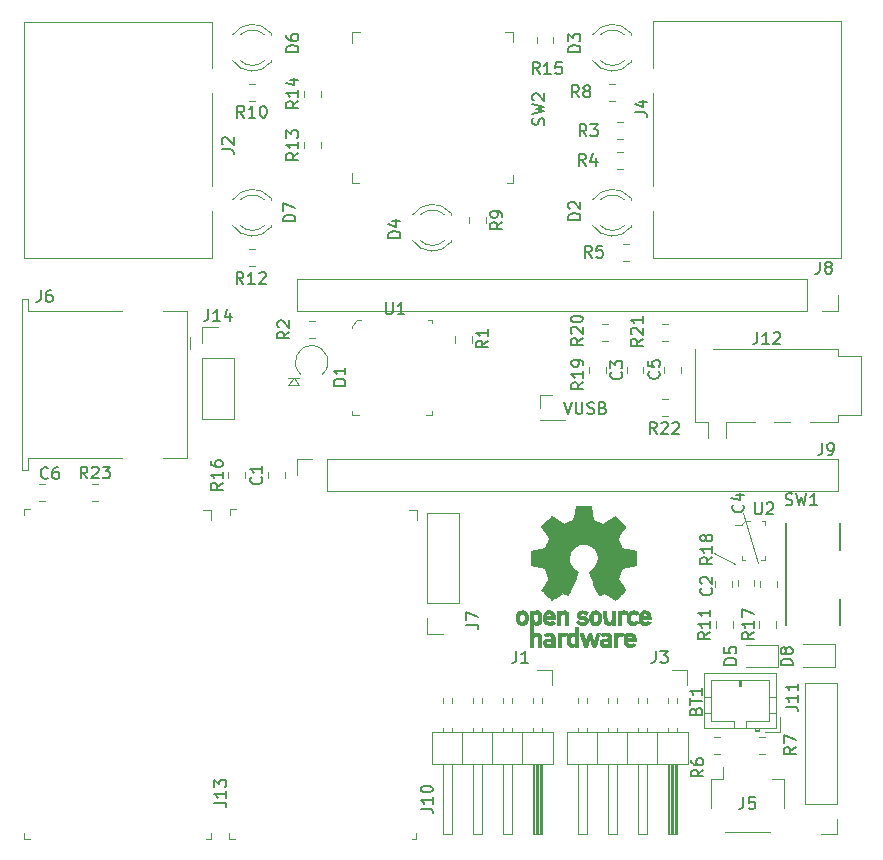
<source format=gbr>
G04 #@! TF.GenerationSoftware,KiCad,Pcbnew,(5.1.5)-3*
G04 #@! TF.CreationDate,2020-01-19T12:10:18+09:00*
G04 #@! TF.ProjectId,MOMI,4d4f4d49-2e6b-4696-9361-645f70636258,rev?*
G04 #@! TF.SameCoordinates,Original*
G04 #@! TF.FileFunction,Legend,Top*
G04 #@! TF.FilePolarity,Positive*
%FSLAX46Y46*%
G04 Gerber Fmt 4.6, Leading zero omitted, Abs format (unit mm)*
G04 Created by KiCad (PCBNEW (5.1.5)-3) date 2020-01-19 12:10:18*
%MOMM*%
%LPD*%
G04 APERTURE LIST*
%ADD10C,0.150000*%
%ADD11C,0.120000*%
%ADD12C,0.010000*%
%ADD13C,0.100000*%
G04 APERTURE END LIST*
D10*
X133040666Y-123975880D02*
X133374000Y-124975880D01*
X133707333Y-123975880D01*
X134040666Y-123975880D02*
X134040666Y-124785404D01*
X134088285Y-124880642D01*
X134135904Y-124928261D01*
X134231142Y-124975880D01*
X134421619Y-124975880D01*
X134516857Y-124928261D01*
X134564476Y-124880642D01*
X134612095Y-124785404D01*
X134612095Y-123975880D01*
X135040666Y-124928261D02*
X135183523Y-124975880D01*
X135421619Y-124975880D01*
X135516857Y-124928261D01*
X135564476Y-124880642D01*
X135612095Y-124785404D01*
X135612095Y-124690166D01*
X135564476Y-124594928D01*
X135516857Y-124547309D01*
X135421619Y-124499690D01*
X135231142Y-124452071D01*
X135135904Y-124404452D01*
X135088285Y-124356833D01*
X135040666Y-124261595D01*
X135040666Y-124166357D01*
X135088285Y-124071119D01*
X135135904Y-124023500D01*
X135231142Y-123975880D01*
X135469238Y-123975880D01*
X135612095Y-124023500D01*
X136374000Y-124452071D02*
X136516857Y-124499690D01*
X136564476Y-124547309D01*
X136612095Y-124642547D01*
X136612095Y-124785404D01*
X136564476Y-124880642D01*
X136516857Y-124928261D01*
X136421619Y-124975880D01*
X136040666Y-124975880D01*
X136040666Y-123975880D01*
X136374000Y-123975880D01*
X136469238Y-124023500D01*
X136516857Y-124071119D01*
X136564476Y-124166357D01*
X136564476Y-124261595D01*
X136516857Y-124356833D01*
X136469238Y-124404452D01*
X136374000Y-124452071D01*
X136040666Y-124452071D01*
D11*
X148209000Y-133350000D02*
X149479000Y-137604500D01*
X147510500Y-137731500D02*
X145796000Y-136779000D01*
X131020000Y-125520000D02*
X133140000Y-125520000D01*
X131020000Y-125460000D02*
X131020000Y-125520000D01*
X133140000Y-125460000D02*
X133140000Y-125520000D01*
X131020000Y-125460000D02*
X133140000Y-125460000D01*
X131020000Y-124460000D02*
X131020000Y-123400000D01*
X131020000Y-123400000D02*
X132080000Y-123400000D01*
D12*
G36*
X130903409Y-141657060D02*
G01*
X130955912Y-141682999D01*
X131020658Y-141728200D01*
X131067847Y-141777491D01*
X131100165Y-141839385D01*
X131120297Y-141922396D01*
X131130930Y-142035038D01*
X131134747Y-142185824D01*
X131134970Y-142250649D01*
X131134318Y-142392721D01*
X131131612Y-142494257D01*
X131125724Y-142564515D01*
X131115527Y-142612756D01*
X131099894Y-142648238D01*
X131083628Y-142672443D01*
X130979795Y-142775429D01*
X130857521Y-142837374D01*
X130725614Y-142856006D01*
X130592884Y-142829049D01*
X130550833Y-142809986D01*
X130450166Y-142757515D01*
X130450166Y-143579759D01*
X130523635Y-143541767D01*
X130620441Y-143512372D01*
X130739428Y-143504842D01*
X130858245Y-143518745D01*
X130947973Y-143549976D01*
X131022399Y-143609454D01*
X131085990Y-143694566D01*
X131090771Y-143703305D01*
X131110937Y-143744466D01*
X131125665Y-143785954D01*
X131135803Y-143836213D01*
X131142199Y-143903684D01*
X131145701Y-143996809D01*
X131147158Y-144124031D01*
X131147421Y-144267201D01*
X131147421Y-144723971D01*
X130873500Y-144723971D01*
X130873500Y-143881731D01*
X130796883Y-143817263D01*
X130717293Y-143765694D01*
X130641922Y-143756318D01*
X130566133Y-143780447D01*
X130525741Y-143804074D01*
X130495679Y-143837727D01*
X130474297Y-143888587D01*
X130459950Y-143963834D01*
X130450990Y-144070646D01*
X130445770Y-144216204D01*
X130443931Y-144313088D01*
X130437715Y-144711520D01*
X130306980Y-144719047D01*
X130176245Y-144726573D01*
X130176245Y-142254082D01*
X130450166Y-142254082D01*
X130457150Y-142391923D01*
X130480682Y-142487607D01*
X130524635Y-142547141D01*
X130592882Y-142576529D01*
X130661833Y-142582402D01*
X130739886Y-142575654D01*
X130791689Y-142549094D01*
X130824083Y-142513999D01*
X130849584Y-142476252D01*
X130864765Y-142434200D01*
X130871519Y-142375279D01*
X130871741Y-142286928D01*
X130869468Y-142212948D01*
X130864249Y-142101500D01*
X130856479Y-142028333D01*
X130843395Y-141981922D01*
X130822232Y-141950744D01*
X130802260Y-141932723D01*
X130718814Y-141893425D01*
X130620051Y-141887079D01*
X130563341Y-141900616D01*
X130507192Y-141948733D01*
X130469999Y-142042333D01*
X130451972Y-142180754D01*
X130450166Y-142254082D01*
X130176245Y-142254082D01*
X130176245Y-141636128D01*
X130313205Y-141636128D01*
X130395435Y-141639379D01*
X130437860Y-141650926D01*
X130450161Y-141673452D01*
X130450166Y-141674120D01*
X130455874Y-141696181D01*
X130481047Y-141693676D01*
X130531098Y-141669435D01*
X130647719Y-141632351D01*
X130778929Y-141628453D01*
X130903409Y-141657060D01*
G37*
X130903409Y-141657060D02*
X130955912Y-141682999D01*
X131020658Y-141728200D01*
X131067847Y-141777491D01*
X131100165Y-141839385D01*
X131120297Y-141922396D01*
X131130930Y-142035038D01*
X131134747Y-142185824D01*
X131134970Y-142250649D01*
X131134318Y-142392721D01*
X131131612Y-142494257D01*
X131125724Y-142564515D01*
X131115527Y-142612756D01*
X131099894Y-142648238D01*
X131083628Y-142672443D01*
X130979795Y-142775429D01*
X130857521Y-142837374D01*
X130725614Y-142856006D01*
X130592884Y-142829049D01*
X130550833Y-142809986D01*
X130450166Y-142757515D01*
X130450166Y-143579759D01*
X130523635Y-143541767D01*
X130620441Y-143512372D01*
X130739428Y-143504842D01*
X130858245Y-143518745D01*
X130947973Y-143549976D01*
X131022399Y-143609454D01*
X131085990Y-143694566D01*
X131090771Y-143703305D01*
X131110937Y-143744466D01*
X131125665Y-143785954D01*
X131135803Y-143836213D01*
X131142199Y-143903684D01*
X131145701Y-143996809D01*
X131147158Y-144124031D01*
X131147421Y-144267201D01*
X131147421Y-144723971D01*
X130873500Y-144723971D01*
X130873500Y-143881731D01*
X130796883Y-143817263D01*
X130717293Y-143765694D01*
X130641922Y-143756318D01*
X130566133Y-143780447D01*
X130525741Y-143804074D01*
X130495679Y-143837727D01*
X130474297Y-143888587D01*
X130459950Y-143963834D01*
X130450990Y-144070646D01*
X130445770Y-144216204D01*
X130443931Y-144313088D01*
X130437715Y-144711520D01*
X130306980Y-144719047D01*
X130176245Y-144726573D01*
X130176245Y-142254082D01*
X130450166Y-142254082D01*
X130457150Y-142391923D01*
X130480682Y-142487607D01*
X130524635Y-142547141D01*
X130592882Y-142576529D01*
X130661833Y-142582402D01*
X130739886Y-142575654D01*
X130791689Y-142549094D01*
X130824083Y-142513999D01*
X130849584Y-142476252D01*
X130864765Y-142434200D01*
X130871519Y-142375279D01*
X130871741Y-142286928D01*
X130869468Y-142212948D01*
X130864249Y-142101500D01*
X130856479Y-142028333D01*
X130843395Y-141981922D01*
X130822232Y-141950744D01*
X130802260Y-141932723D01*
X130718814Y-141893425D01*
X130620051Y-141887079D01*
X130563341Y-141900616D01*
X130507192Y-141948733D01*
X130469999Y-142042333D01*
X130451972Y-142180754D01*
X130450166Y-142254082D01*
X130176245Y-142254082D01*
X130176245Y-141636128D01*
X130313205Y-141636128D01*
X130395435Y-141639379D01*
X130437860Y-141650926D01*
X130450161Y-141673452D01*
X130450166Y-141674120D01*
X130455874Y-141696181D01*
X130481047Y-141693676D01*
X130531098Y-141669435D01*
X130647719Y-141632351D01*
X130778929Y-141628453D01*
X130903409Y-141657060D01*
G36*
X131942220Y-143513422D02*
G01*
X132059370Y-143544680D01*
X132148551Y-143601337D01*
X132211484Y-143675545D01*
X132231048Y-143707216D01*
X132245492Y-143740391D01*
X132255589Y-143782829D01*
X132262115Y-143842288D01*
X132265842Y-143926529D01*
X132267546Y-144043310D01*
X132268000Y-144200390D01*
X132268009Y-144242065D01*
X132268009Y-144723971D01*
X132148480Y-144723971D01*
X132072239Y-144718631D01*
X132015866Y-144705104D01*
X132001742Y-144696762D01*
X131963130Y-144682364D01*
X131923692Y-144696762D01*
X131858762Y-144714737D01*
X131764445Y-144721972D01*
X131659907Y-144718833D01*
X131564311Y-144705686D01*
X131508500Y-144688818D01*
X131400498Y-144619486D01*
X131333003Y-144523272D01*
X131302659Y-144395344D01*
X131302377Y-144392059D01*
X131305040Y-144335308D01*
X131545853Y-144335308D01*
X131566905Y-144399858D01*
X131601197Y-144436186D01*
X131670032Y-144463662D01*
X131760890Y-144474629D01*
X131853542Y-144469231D01*
X131927756Y-144447610D01*
X131948549Y-144433739D01*
X131984881Y-144369643D01*
X131994088Y-144296778D01*
X131994088Y-144201030D01*
X131856327Y-144201030D01*
X131725453Y-144211105D01*
X131626241Y-144239648D01*
X131564523Y-144284139D01*
X131545853Y-144335308D01*
X131305040Y-144335308D01*
X131308936Y-144252290D01*
X131355034Y-144141782D01*
X131441700Y-144058212D01*
X131453679Y-144050610D01*
X131505155Y-144025857D01*
X131568868Y-144010868D01*
X131657935Y-144003582D01*
X131763745Y-144001907D01*
X131994088Y-144001814D01*
X131994088Y-143905255D01*
X131984317Y-143830336D01*
X131959384Y-143780144D01*
X131956465Y-143777472D01*
X131900981Y-143755515D01*
X131817227Y-143747005D01*
X131724667Y-143751187D01*
X131642770Y-143767309D01*
X131594173Y-143791490D01*
X131567841Y-143810859D01*
X131540035Y-143814557D01*
X131501661Y-143798688D01*
X131443625Y-143759355D01*
X131356831Y-143692664D01*
X131348865Y-143686416D01*
X131352947Y-143663300D01*
X131387001Y-143624852D01*
X131438760Y-143582127D01*
X131495955Y-143546179D01*
X131513925Y-143537691D01*
X131579472Y-143520752D01*
X131675520Y-143508670D01*
X131782829Y-143503823D01*
X131787847Y-143503813D01*
X131942220Y-143513422D01*
G37*
X131942220Y-143513422D02*
X132059370Y-143544680D01*
X132148551Y-143601337D01*
X132211484Y-143675545D01*
X132231048Y-143707216D01*
X132245492Y-143740391D01*
X132255589Y-143782829D01*
X132262115Y-143842288D01*
X132265842Y-143926529D01*
X132267546Y-144043310D01*
X132268000Y-144200390D01*
X132268009Y-144242065D01*
X132268009Y-144723971D01*
X132148480Y-144723971D01*
X132072239Y-144718631D01*
X132015866Y-144705104D01*
X132001742Y-144696762D01*
X131963130Y-144682364D01*
X131923692Y-144696762D01*
X131858762Y-144714737D01*
X131764445Y-144721972D01*
X131659907Y-144718833D01*
X131564311Y-144705686D01*
X131508500Y-144688818D01*
X131400498Y-144619486D01*
X131333003Y-144523272D01*
X131302659Y-144395344D01*
X131302377Y-144392059D01*
X131305040Y-144335308D01*
X131545853Y-144335308D01*
X131566905Y-144399858D01*
X131601197Y-144436186D01*
X131670032Y-144463662D01*
X131760890Y-144474629D01*
X131853542Y-144469231D01*
X131927756Y-144447610D01*
X131948549Y-144433739D01*
X131984881Y-144369643D01*
X131994088Y-144296778D01*
X131994088Y-144201030D01*
X131856327Y-144201030D01*
X131725453Y-144211105D01*
X131626241Y-144239648D01*
X131564523Y-144284139D01*
X131545853Y-144335308D01*
X131305040Y-144335308D01*
X131308936Y-144252290D01*
X131355034Y-144141782D01*
X131441700Y-144058212D01*
X131453679Y-144050610D01*
X131505155Y-144025857D01*
X131568868Y-144010868D01*
X131657935Y-144003582D01*
X131763745Y-144001907D01*
X131994088Y-144001814D01*
X131994088Y-143905255D01*
X131984317Y-143830336D01*
X131959384Y-143780144D01*
X131956465Y-143777472D01*
X131900981Y-143755515D01*
X131817227Y-143747005D01*
X131724667Y-143751187D01*
X131642770Y-143767309D01*
X131594173Y-143791490D01*
X131567841Y-143810859D01*
X131540035Y-143814557D01*
X131501661Y-143798688D01*
X131443625Y-143759355D01*
X131356831Y-143692664D01*
X131348865Y-143686416D01*
X131352947Y-143663300D01*
X131387001Y-143624852D01*
X131438760Y-143582127D01*
X131495955Y-143546179D01*
X131513925Y-143537691D01*
X131579472Y-143520752D01*
X131675520Y-143508670D01*
X131782829Y-143503823D01*
X131787847Y-143503813D01*
X131942220Y-143513422D01*
G36*
X132716264Y-143506421D02*
G01*
X132753530Y-143517591D01*
X132765543Y-143542133D01*
X132766049Y-143553212D01*
X132768204Y-143584072D01*
X132783051Y-143588917D01*
X132823157Y-143567760D01*
X132846980Y-143553306D01*
X132922138Y-143522350D01*
X133011906Y-143507044D01*
X133106029Y-143505867D01*
X133194254Y-143517299D01*
X133266326Y-143539820D01*
X133311992Y-143571909D01*
X133320998Y-143612045D01*
X133316453Y-143622915D01*
X133283321Y-143668034D01*
X133231945Y-143723526D01*
X133222652Y-143732496D01*
X133173682Y-143773745D01*
X133131431Y-143787072D01*
X133072341Y-143777771D01*
X133048669Y-143771590D01*
X132975004Y-143756746D01*
X132923210Y-143763421D01*
X132879469Y-143786965D01*
X132839402Y-143818561D01*
X132809892Y-143858298D01*
X132789384Y-143913752D01*
X132776324Y-143992503D01*
X132769156Y-144102129D01*
X132766324Y-144250206D01*
X132766049Y-144339611D01*
X132766049Y-144723971D01*
X132517029Y-144723971D01*
X132517029Y-143503775D01*
X132641539Y-143503775D01*
X132716264Y-143506421D01*
G37*
X132716264Y-143506421D02*
X132753530Y-143517591D01*
X132765543Y-143542133D01*
X132766049Y-143553212D01*
X132768204Y-143584072D01*
X132783051Y-143588917D01*
X132823157Y-143567760D01*
X132846980Y-143553306D01*
X132922138Y-143522350D01*
X133011906Y-143507044D01*
X133106029Y-143505867D01*
X133194254Y-143517299D01*
X133266326Y-143539820D01*
X133311992Y-143571909D01*
X133320998Y-143612045D01*
X133316453Y-143622915D01*
X133283321Y-143668034D01*
X133231945Y-143723526D01*
X133222652Y-143732496D01*
X133173682Y-143773745D01*
X133131431Y-143787072D01*
X133072341Y-143777771D01*
X133048669Y-143771590D01*
X132975004Y-143756746D01*
X132923210Y-143763421D01*
X132879469Y-143786965D01*
X132839402Y-143818561D01*
X132809892Y-143858298D01*
X132789384Y-143913752D01*
X132776324Y-143992503D01*
X132769156Y-144102129D01*
X132766324Y-144250206D01*
X132766049Y-144339611D01*
X132766049Y-144723971D01*
X132517029Y-144723971D01*
X132517029Y-143503775D01*
X132641539Y-143503775D01*
X132716264Y-143506421D01*
G36*
X134285068Y-144723971D02*
G01*
X134148107Y-144723971D01*
X134068611Y-144721640D01*
X134027208Y-144711988D01*
X134012301Y-144691025D01*
X134011147Y-144676851D01*
X134008633Y-144648427D01*
X133992780Y-144642975D01*
X133951121Y-144660498D01*
X133918724Y-144676851D01*
X133794349Y-144715603D01*
X133659146Y-144717846D01*
X133549226Y-144688944D01*
X133446866Y-144619119D01*
X133368840Y-144516055D01*
X133326114Y-144394489D01*
X133325026Y-144387692D01*
X133318678Y-144313532D01*
X133315521Y-144207070D01*
X133315775Y-144126552D01*
X133587789Y-144126552D01*
X133594090Y-144233570D01*
X133608425Y-144321778D01*
X133627831Y-144371590D01*
X133701246Y-144439662D01*
X133788414Y-144464064D01*
X133878304Y-144444331D01*
X133955117Y-144385468D01*
X133984208Y-144345879D01*
X134001217Y-144298638D01*
X134009184Y-144229681D01*
X134011147Y-144126107D01*
X134007634Y-144023539D01*
X133998357Y-143933421D01*
X133985206Y-143873113D01*
X133983014Y-143867708D01*
X133929978Y-143803440D01*
X133852567Y-143768156D01*
X133765954Y-143762459D01*
X133685307Y-143786953D01*
X133625797Y-143842242D01*
X133619624Y-143853243D01*
X133600301Y-143920327D01*
X133589774Y-144016784D01*
X133587789Y-144126552D01*
X133315775Y-144126552D01*
X133315904Y-144085725D01*
X133317694Y-144020418D01*
X133329873Y-143858855D01*
X133355185Y-143737553D01*
X133397293Y-143647879D01*
X133459859Y-143581199D01*
X133520600Y-143542057D01*
X133605464Y-143514540D01*
X133711015Y-143505103D01*
X133819098Y-143512790D01*
X133911558Y-143536646D01*
X133960410Y-143565185D01*
X134011147Y-143611101D01*
X134011147Y-143030637D01*
X134285068Y-143030637D01*
X134285068Y-144723971D01*
G37*
X134285068Y-144723971D02*
X134148107Y-144723971D01*
X134068611Y-144721640D01*
X134027208Y-144711988D01*
X134012301Y-144691025D01*
X134011147Y-144676851D01*
X134008633Y-144648427D01*
X133992780Y-144642975D01*
X133951121Y-144660498D01*
X133918724Y-144676851D01*
X133794349Y-144715603D01*
X133659146Y-144717846D01*
X133549226Y-144688944D01*
X133446866Y-144619119D01*
X133368840Y-144516055D01*
X133326114Y-144394489D01*
X133325026Y-144387692D01*
X133318678Y-144313532D01*
X133315521Y-144207070D01*
X133315775Y-144126552D01*
X133587789Y-144126552D01*
X133594090Y-144233570D01*
X133608425Y-144321778D01*
X133627831Y-144371590D01*
X133701246Y-144439662D01*
X133788414Y-144464064D01*
X133878304Y-144444331D01*
X133955117Y-144385468D01*
X133984208Y-144345879D01*
X134001217Y-144298638D01*
X134009184Y-144229681D01*
X134011147Y-144126107D01*
X134007634Y-144023539D01*
X133998357Y-143933421D01*
X133985206Y-143873113D01*
X133983014Y-143867708D01*
X133929978Y-143803440D01*
X133852567Y-143768156D01*
X133765954Y-143762459D01*
X133685307Y-143786953D01*
X133625797Y-143842242D01*
X133619624Y-143853243D01*
X133600301Y-143920327D01*
X133589774Y-144016784D01*
X133587789Y-144126552D01*
X133315775Y-144126552D01*
X133315904Y-144085725D01*
X133317694Y-144020418D01*
X133329873Y-143858855D01*
X133355185Y-143737553D01*
X133397293Y-143647879D01*
X133459859Y-143581199D01*
X133520600Y-143542057D01*
X133605464Y-143514540D01*
X133711015Y-143505103D01*
X133819098Y-143512790D01*
X133911558Y-143536646D01*
X133960410Y-143565185D01*
X134011147Y-143611101D01*
X134011147Y-143030637D01*
X134285068Y-143030637D01*
X134285068Y-144723971D01*
G36*
X135241028Y-143508832D02*
G01*
X135339514Y-143516226D01*
X135468276Y-143902206D01*
X135597037Y-144288186D01*
X135637411Y-144151226D01*
X135661707Y-144066583D01*
X135693667Y-143952197D01*
X135728179Y-143826463D01*
X135746428Y-143759020D01*
X135815071Y-143503775D01*
X136098273Y-143503775D01*
X136013622Y-143771471D01*
X135971935Y-143903138D01*
X135921574Y-144061958D01*
X135868981Y-144227628D01*
X135822030Y-144375343D01*
X135715089Y-144711520D01*
X135484161Y-144726544D01*
X135421550Y-144519816D01*
X135382938Y-144391396D01*
X135340800Y-144249822D01*
X135303972Y-144124785D01*
X135302518Y-144119809D01*
X135275011Y-144035086D01*
X135250742Y-143977278D01*
X135233743Y-143955418D01*
X135230250Y-143957946D01*
X135217990Y-143991836D01*
X135194695Y-144064430D01*
X135163200Y-144166601D01*
X135126342Y-144289220D01*
X135106399Y-144356667D01*
X134998395Y-144723971D01*
X134769179Y-144723971D01*
X134585939Y-144145000D01*
X134534463Y-143982591D01*
X134487570Y-143835102D01*
X134447477Y-143709460D01*
X134416397Y-143612595D01*
X134396545Y-143551434D01*
X134390511Y-143533565D01*
X134395288Y-143515268D01*
X134432797Y-143507255D01*
X134510855Y-143508057D01*
X134523074Y-143508663D01*
X134667826Y-143516226D01*
X134762630Y-143864853D01*
X134797477Y-143991997D01*
X134828617Y-144103765D01*
X134853309Y-144190453D01*
X134868812Y-144242356D01*
X134871676Y-144250818D01*
X134883546Y-144241087D01*
X134907483Y-144190672D01*
X134940739Y-144106435D01*
X134980564Y-143995241D01*
X135014230Y-143894797D01*
X135142541Y-143501439D01*
X135241028Y-143508832D01*
G37*
X135241028Y-143508832D02*
X135339514Y-143516226D01*
X135468276Y-143902206D01*
X135597037Y-144288186D01*
X135637411Y-144151226D01*
X135661707Y-144066583D01*
X135693667Y-143952197D01*
X135728179Y-143826463D01*
X135746428Y-143759020D01*
X135815071Y-143503775D01*
X136098273Y-143503775D01*
X136013622Y-143771471D01*
X135971935Y-143903138D01*
X135921574Y-144061958D01*
X135868981Y-144227628D01*
X135822030Y-144375343D01*
X135715089Y-144711520D01*
X135484161Y-144726544D01*
X135421550Y-144519816D01*
X135382938Y-144391396D01*
X135340800Y-144249822D01*
X135303972Y-144124785D01*
X135302518Y-144119809D01*
X135275011Y-144035086D01*
X135250742Y-143977278D01*
X135233743Y-143955418D01*
X135230250Y-143957946D01*
X135217990Y-143991836D01*
X135194695Y-144064430D01*
X135163200Y-144166601D01*
X135126342Y-144289220D01*
X135106399Y-144356667D01*
X134998395Y-144723971D01*
X134769179Y-144723971D01*
X134585939Y-144145000D01*
X134534463Y-143982591D01*
X134487570Y-143835102D01*
X134447477Y-143709460D01*
X134416397Y-143612595D01*
X134396545Y-143551434D01*
X134390511Y-143533565D01*
X134395288Y-143515268D01*
X134432797Y-143507255D01*
X134510855Y-143508057D01*
X134523074Y-143508663D01*
X134667826Y-143516226D01*
X134762630Y-143864853D01*
X134797477Y-143991997D01*
X134828617Y-144103765D01*
X134853309Y-144190453D01*
X134868812Y-144242356D01*
X134871676Y-144250818D01*
X134883546Y-144241087D01*
X134907483Y-144190672D01*
X134940739Y-144106435D01*
X134980564Y-143995241D01*
X135014230Y-143894797D01*
X135142541Y-143501439D01*
X135241028Y-143508832D01*
G36*
X136739959Y-143511169D02*
G01*
X136844920Y-143536663D01*
X136875261Y-143550169D01*
X136934073Y-143585546D01*
X136979209Y-143625390D01*
X137012606Y-143676620D01*
X137036201Y-143746154D01*
X137051933Y-143840909D01*
X137061739Y-143967805D01*
X137067557Y-144133758D01*
X137069766Y-144244608D01*
X137077896Y-144723971D01*
X136939031Y-144723971D01*
X136854787Y-144720438D01*
X136811384Y-144708366D01*
X136800166Y-144688094D01*
X136794244Y-144666174D01*
X136767766Y-144670365D01*
X136731686Y-144687941D01*
X136641362Y-144714882D01*
X136525277Y-144722142D01*
X136403180Y-144710267D01*
X136294821Y-144679805D01*
X136285102Y-144675577D01*
X136186068Y-144606005D01*
X136120781Y-144509289D01*
X136090740Y-144396238D01*
X136093035Y-144355622D01*
X136338133Y-144355622D01*
X136359729Y-144410282D01*
X136423759Y-144449452D01*
X136527065Y-144470474D01*
X136582274Y-144473266D01*
X136674282Y-144466120D01*
X136735441Y-144438348D01*
X136750362Y-144425147D01*
X136790787Y-144353329D01*
X136800166Y-144288186D01*
X136800166Y-144201030D01*
X136678769Y-144201030D01*
X136537653Y-144208222D01*
X136438673Y-144230845D01*
X136376133Y-144270464D01*
X136362131Y-144288128D01*
X136338133Y-144355622D01*
X136093035Y-144355622D01*
X136097441Y-144277657D01*
X136142380Y-144164355D01*
X136203696Y-144087785D01*
X136240832Y-144054681D01*
X136277187Y-144032925D01*
X136324490Y-144019661D01*
X136394473Y-144012028D01*
X136498864Y-144007170D01*
X136540270Y-144005773D01*
X136800166Y-143997280D01*
X136799785Y-143918616D01*
X136789719Y-143835928D01*
X136753329Y-143785931D01*
X136679811Y-143753989D01*
X136677839Y-143753420D01*
X136573605Y-143740861D01*
X136471608Y-143757266D01*
X136395805Y-143797157D01*
X136365390Y-143816854D01*
X136332632Y-143814129D01*
X136282221Y-143785591D01*
X136252619Y-143765450D01*
X136194718Y-143722419D01*
X136158852Y-143690162D01*
X136153097Y-143680927D01*
X136176795Y-143633136D01*
X136246813Y-143576062D01*
X136277225Y-143556805D01*
X136364655Y-143523640D01*
X136482483Y-143504850D01*
X136613366Y-143500629D01*
X136739959Y-143511169D01*
G37*
X136739959Y-143511169D02*
X136844920Y-143536663D01*
X136875261Y-143550169D01*
X136934073Y-143585546D01*
X136979209Y-143625390D01*
X137012606Y-143676620D01*
X137036201Y-143746154D01*
X137051933Y-143840909D01*
X137061739Y-143967805D01*
X137067557Y-144133758D01*
X137069766Y-144244608D01*
X137077896Y-144723971D01*
X136939031Y-144723971D01*
X136854787Y-144720438D01*
X136811384Y-144708366D01*
X136800166Y-144688094D01*
X136794244Y-144666174D01*
X136767766Y-144670365D01*
X136731686Y-144687941D01*
X136641362Y-144714882D01*
X136525277Y-144722142D01*
X136403180Y-144710267D01*
X136294821Y-144679805D01*
X136285102Y-144675577D01*
X136186068Y-144606005D01*
X136120781Y-144509289D01*
X136090740Y-144396238D01*
X136093035Y-144355622D01*
X136338133Y-144355622D01*
X136359729Y-144410282D01*
X136423759Y-144449452D01*
X136527065Y-144470474D01*
X136582274Y-144473266D01*
X136674282Y-144466120D01*
X136735441Y-144438348D01*
X136750362Y-144425147D01*
X136790787Y-144353329D01*
X136800166Y-144288186D01*
X136800166Y-144201030D01*
X136678769Y-144201030D01*
X136537653Y-144208222D01*
X136438673Y-144230845D01*
X136376133Y-144270464D01*
X136362131Y-144288128D01*
X136338133Y-144355622D01*
X136093035Y-144355622D01*
X136097441Y-144277657D01*
X136142380Y-144164355D01*
X136203696Y-144087785D01*
X136240832Y-144054681D01*
X136277187Y-144032925D01*
X136324490Y-144019661D01*
X136394473Y-144012028D01*
X136498864Y-144007170D01*
X136540270Y-144005773D01*
X136800166Y-143997280D01*
X136799785Y-143918616D01*
X136789719Y-143835928D01*
X136753329Y-143785931D01*
X136679811Y-143753989D01*
X136677839Y-143753420D01*
X136573605Y-143740861D01*
X136471608Y-143757266D01*
X136395805Y-143797157D01*
X136365390Y-143816854D01*
X136332632Y-143814129D01*
X136282221Y-143785591D01*
X136252619Y-143765450D01*
X136194718Y-143722419D01*
X136158852Y-143690162D01*
X136153097Y-143680927D01*
X136176795Y-143633136D01*
X136246813Y-143576062D01*
X136277225Y-143556805D01*
X136364655Y-143523640D01*
X136482483Y-143504850D01*
X136613366Y-143500629D01*
X136739959Y-143511169D01*
G36*
X137921946Y-143503383D02*
G01*
X138017677Y-143522255D01*
X138072177Y-143550199D01*
X138129508Y-143596623D01*
X138047941Y-143699611D01*
X137997650Y-143761979D01*
X137963501Y-143792407D01*
X137929563Y-143797055D01*
X137879906Y-143782086D01*
X137856596Y-143773617D01*
X137761563Y-143761122D01*
X137674532Y-143787906D01*
X137610638Y-143848415D01*
X137600259Y-143867708D01*
X137588956Y-143918814D01*
X137580232Y-144013000D01*
X137574497Y-144143589D01*
X137572160Y-144303905D01*
X137572127Y-144326711D01*
X137572127Y-144723971D01*
X137298205Y-144723971D01*
X137298205Y-143503775D01*
X137435166Y-143503775D01*
X137514138Y-143505837D01*
X137555279Y-143515013D01*
X137570492Y-143535790D01*
X137572127Y-143555386D01*
X137572127Y-143606997D01*
X137637740Y-143555386D01*
X137712975Y-143520175D01*
X137814044Y-143502765D01*
X137921946Y-143503383D01*
G37*
X137921946Y-143503383D02*
X138017677Y-143522255D01*
X138072177Y-143550199D01*
X138129508Y-143596623D01*
X138047941Y-143699611D01*
X137997650Y-143761979D01*
X137963501Y-143792407D01*
X137929563Y-143797055D01*
X137879906Y-143782086D01*
X137856596Y-143773617D01*
X137761563Y-143761122D01*
X137674532Y-143787906D01*
X137610638Y-143848415D01*
X137600259Y-143867708D01*
X137588956Y-143918814D01*
X137580232Y-144013000D01*
X137574497Y-144143589D01*
X137572160Y-144303905D01*
X137572127Y-144326711D01*
X137572127Y-144723971D01*
X137298205Y-144723971D01*
X137298205Y-143503775D01*
X137435166Y-143503775D01*
X137514138Y-143505837D01*
X137555279Y-143515013D01*
X137570492Y-143535790D01*
X137572127Y-143555386D01*
X137572127Y-143606997D01*
X137637740Y-143555386D01*
X137712975Y-143520175D01*
X137814044Y-143502765D01*
X137921946Y-143503383D01*
G36*
X138708807Y-143510284D02*
G01*
X138827837Y-143541231D01*
X138927521Y-143605100D01*
X138975788Y-143652813D01*
X139054908Y-143765606D01*
X139100252Y-143896450D01*
X139115830Y-144057292D01*
X139115910Y-144070294D01*
X139116049Y-144201030D01*
X138363591Y-144201030D01*
X138379630Y-144269510D01*
X138408591Y-144331531D01*
X138459278Y-144396154D01*
X138469879Y-144406471D01*
X138560994Y-144462305D01*
X138664900Y-144471775D01*
X138784500Y-144435040D01*
X138804774Y-144425147D01*
X138866956Y-144395074D01*
X138908606Y-144377940D01*
X138915873Y-144376355D01*
X138941240Y-144391742D01*
X138989620Y-144429387D01*
X139014179Y-144449959D01*
X139065070Y-144497214D01*
X139081781Y-144528417D01*
X139070183Y-144557120D01*
X139063983Y-144564968D01*
X139021993Y-144599319D01*
X138952706Y-144641065D01*
X138904382Y-144665435D01*
X138767211Y-144708373D01*
X138615347Y-144722286D01*
X138471524Y-144705800D01*
X138431245Y-144693996D01*
X138306578Y-144627189D01*
X138214171Y-144524392D01*
X138153490Y-144384605D01*
X138123998Y-144206830D01*
X138120760Y-144113873D01*
X138130214Y-143978533D01*
X138368990Y-143978533D01*
X138392084Y-143988538D01*
X138454162Y-143996388D01*
X138544414Y-144001021D01*
X138605558Y-144001814D01*
X138715540Y-144001049D01*
X138784957Y-143997470D01*
X138823038Y-143989149D01*
X138839015Y-143974157D01*
X138842127Y-143952403D01*
X138820778Y-143885392D01*
X138767029Y-143819164D01*
X138696322Y-143768332D01*
X138625589Y-143747538D01*
X138529516Y-143765984D01*
X138446349Y-143819311D01*
X138388686Y-143896177D01*
X138368990Y-143978533D01*
X138130214Y-143978533D01*
X138134528Y-143916791D01*
X138177020Y-143759771D01*
X138249135Y-143641569D01*
X138351773Y-143560940D01*
X138485832Y-143516639D01*
X138558457Y-143508107D01*
X138708807Y-143510284D01*
G37*
X138708807Y-143510284D02*
X138827837Y-143541231D01*
X138927521Y-143605100D01*
X138975788Y-143652813D01*
X139054908Y-143765606D01*
X139100252Y-143896450D01*
X139115830Y-144057292D01*
X139115910Y-144070294D01*
X139116049Y-144201030D01*
X138363591Y-144201030D01*
X138379630Y-144269510D01*
X138408591Y-144331531D01*
X138459278Y-144396154D01*
X138469879Y-144406471D01*
X138560994Y-144462305D01*
X138664900Y-144471775D01*
X138784500Y-144435040D01*
X138804774Y-144425147D01*
X138866956Y-144395074D01*
X138908606Y-144377940D01*
X138915873Y-144376355D01*
X138941240Y-144391742D01*
X138989620Y-144429387D01*
X139014179Y-144449959D01*
X139065070Y-144497214D01*
X139081781Y-144528417D01*
X139070183Y-144557120D01*
X139063983Y-144564968D01*
X139021993Y-144599319D01*
X138952706Y-144641065D01*
X138904382Y-144665435D01*
X138767211Y-144708373D01*
X138615347Y-144722286D01*
X138471524Y-144705800D01*
X138431245Y-144693996D01*
X138306578Y-144627189D01*
X138214171Y-144524392D01*
X138153490Y-144384605D01*
X138123998Y-144206830D01*
X138120760Y-144113873D01*
X138130214Y-143978533D01*
X138368990Y-143978533D01*
X138392084Y-143988538D01*
X138454162Y-143996388D01*
X138544414Y-144001021D01*
X138605558Y-144001814D01*
X138715540Y-144001049D01*
X138784957Y-143997470D01*
X138823038Y-143989149D01*
X138839015Y-143974157D01*
X138842127Y-143952403D01*
X138820778Y-143885392D01*
X138767029Y-143819164D01*
X138696322Y-143768332D01*
X138625589Y-143747538D01*
X138529516Y-143765984D01*
X138446349Y-143819311D01*
X138388686Y-143896177D01*
X138368990Y-143978533D01*
X138130214Y-143978533D01*
X138134528Y-143916791D01*
X138177020Y-143759771D01*
X138249135Y-143641569D01*
X138351773Y-143560940D01*
X138485832Y-143516639D01*
X138558457Y-143508107D01*
X138708807Y-143510284D01*
G36*
X129656747Y-141649068D02*
G01*
X129787022Y-141706663D01*
X129885919Y-141802834D01*
X129953582Y-141937729D01*
X129990155Y-142111496D01*
X129992776Y-142138626D01*
X129994830Y-142329908D01*
X129968199Y-142497573D01*
X129914501Y-142633467D01*
X129885747Y-142677181D01*
X129785591Y-142769698D01*
X129658037Y-142829619D01*
X129515337Y-142854485D01*
X129369740Y-142841839D01*
X129259062Y-142802891D01*
X129163884Y-142737255D01*
X129086094Y-142651199D01*
X129084749Y-142649185D01*
X129053157Y-142596070D01*
X129032627Y-142542660D01*
X129020195Y-142475254D01*
X129012897Y-142380153D01*
X129009682Y-142302166D01*
X129008344Y-142231444D01*
X129257314Y-142231444D01*
X129259747Y-142301848D01*
X129268580Y-142395568D01*
X129284164Y-142455714D01*
X129312266Y-142498506D01*
X129338586Y-142523502D01*
X129431892Y-142575838D01*
X129529520Y-142582833D01*
X129620442Y-142545176D01*
X129665902Y-142502979D01*
X129698662Y-142460456D01*
X129717823Y-142419767D01*
X129726233Y-142366814D01*
X129726737Y-142287497D01*
X129724145Y-142214450D01*
X129718571Y-142110101D01*
X129709734Y-142042420D01*
X129693807Y-141998274D01*
X129666962Y-141964531D01*
X129645689Y-141945246D01*
X129556706Y-141894586D01*
X129460711Y-141892060D01*
X129380219Y-141922067D01*
X129311553Y-141984731D01*
X129270644Y-142087668D01*
X129257314Y-142231444D01*
X129008344Y-142231444D01*
X129006746Y-142147082D01*
X129011760Y-142031100D01*
X129026783Y-141943867D01*
X129053876Y-141875030D01*
X129095100Y-141814237D01*
X129110385Y-141796186D01*
X129205954Y-141706246D01*
X129308461Y-141653711D01*
X129433821Y-141631701D01*
X129494950Y-141629902D01*
X129656747Y-141649068D01*
G37*
X129656747Y-141649068D02*
X129787022Y-141706663D01*
X129885919Y-141802834D01*
X129953582Y-141937729D01*
X129990155Y-142111496D01*
X129992776Y-142138626D01*
X129994830Y-142329908D01*
X129968199Y-142497573D01*
X129914501Y-142633467D01*
X129885747Y-142677181D01*
X129785591Y-142769698D01*
X129658037Y-142829619D01*
X129515337Y-142854485D01*
X129369740Y-142841839D01*
X129259062Y-142802891D01*
X129163884Y-142737255D01*
X129086094Y-142651199D01*
X129084749Y-142649185D01*
X129053157Y-142596070D01*
X129032627Y-142542660D01*
X129020195Y-142475254D01*
X129012897Y-142380153D01*
X129009682Y-142302166D01*
X129008344Y-142231444D01*
X129257314Y-142231444D01*
X129259747Y-142301848D01*
X129268580Y-142395568D01*
X129284164Y-142455714D01*
X129312266Y-142498506D01*
X129338586Y-142523502D01*
X129431892Y-142575838D01*
X129529520Y-142582833D01*
X129620442Y-142545176D01*
X129665902Y-142502979D01*
X129698662Y-142460456D01*
X129717823Y-142419767D01*
X129726233Y-142366814D01*
X129726737Y-142287497D01*
X129724145Y-142214450D01*
X129718571Y-142110101D01*
X129709734Y-142042420D01*
X129693807Y-141998274D01*
X129666962Y-141964531D01*
X129645689Y-141945246D01*
X129556706Y-141894586D01*
X129460711Y-141892060D01*
X129380219Y-141922067D01*
X129311553Y-141984731D01*
X129270644Y-142087668D01*
X129257314Y-142231444D01*
X129008344Y-142231444D01*
X129006746Y-142147082D01*
X129011760Y-142031100D01*
X129026783Y-141943867D01*
X129053876Y-141875030D01*
X129095100Y-141814237D01*
X129110385Y-141796186D01*
X129205954Y-141706246D01*
X129308461Y-141653711D01*
X129433821Y-141631701D01*
X129494950Y-141629902D01*
X129656747Y-141649068D01*
G36*
X131996704Y-141663854D02*
G01*
X132021519Y-141675537D01*
X132107406Y-141738451D01*
X132188621Y-141830269D01*
X132249264Y-141931368D01*
X132266512Y-141977849D01*
X132282249Y-142060876D01*
X132291633Y-142161213D01*
X132292772Y-142202647D01*
X132292911Y-142333382D01*
X131540453Y-142333382D01*
X131556493Y-142401863D01*
X131595863Y-142482855D01*
X131664694Y-142552851D01*
X131746581Y-142597941D01*
X131798763Y-142607304D01*
X131869529Y-142595941D01*
X131953960Y-142567443D01*
X131982642Y-142554331D01*
X132088709Y-142501358D01*
X132179228Y-142570401D01*
X132231461Y-142617097D01*
X132259253Y-142655640D01*
X132260660Y-142666952D01*
X132235832Y-142694368D01*
X132181417Y-142736032D01*
X132132028Y-142768537D01*
X131998752Y-142826968D01*
X131849339Y-142853415D01*
X131701251Y-142846539D01*
X131583205Y-142810596D01*
X131461518Y-142733601D01*
X131375040Y-142632228D01*
X131320941Y-142501070D01*
X131296391Y-142334724D01*
X131294214Y-142258608D01*
X131302927Y-142084185D01*
X131303997Y-142079111D01*
X131553327Y-142079111D01*
X131560194Y-142095468D01*
X131588417Y-142104488D01*
X131646627Y-142108354D01*
X131743458Y-142109249D01*
X131780743Y-142109265D01*
X131894183Y-142107913D01*
X131966122Y-142103005D01*
X132004813Y-142093260D01*
X132018505Y-142077399D01*
X132018990Y-142072305D01*
X132003363Y-142031826D01*
X131964253Y-141975121D01*
X131947439Y-141955266D01*
X131885019Y-141899111D01*
X131819953Y-141877032D01*
X131784897Y-141875186D01*
X131690058Y-141898266D01*
X131610527Y-141960259D01*
X131560077Y-142050302D01*
X131559183Y-142053235D01*
X131553327Y-142079111D01*
X131303997Y-142079111D01*
X131331899Y-141946843D01*
X131384090Y-141836961D01*
X131447921Y-141758961D01*
X131565933Y-141674382D01*
X131704658Y-141629186D01*
X131852210Y-141625100D01*
X131996704Y-141663854D01*
G37*
X131996704Y-141663854D02*
X132021519Y-141675537D01*
X132107406Y-141738451D01*
X132188621Y-141830269D01*
X132249264Y-141931368D01*
X132266512Y-141977849D01*
X132282249Y-142060876D01*
X132291633Y-142161213D01*
X132292772Y-142202647D01*
X132292911Y-142333382D01*
X131540453Y-142333382D01*
X131556493Y-142401863D01*
X131595863Y-142482855D01*
X131664694Y-142552851D01*
X131746581Y-142597941D01*
X131798763Y-142607304D01*
X131869529Y-142595941D01*
X131953960Y-142567443D01*
X131982642Y-142554331D01*
X132088709Y-142501358D01*
X132179228Y-142570401D01*
X132231461Y-142617097D01*
X132259253Y-142655640D01*
X132260660Y-142666952D01*
X132235832Y-142694368D01*
X132181417Y-142736032D01*
X132132028Y-142768537D01*
X131998752Y-142826968D01*
X131849339Y-142853415D01*
X131701251Y-142846539D01*
X131583205Y-142810596D01*
X131461518Y-142733601D01*
X131375040Y-142632228D01*
X131320941Y-142501070D01*
X131296391Y-142334724D01*
X131294214Y-142258608D01*
X131302927Y-142084185D01*
X131303997Y-142079111D01*
X131553327Y-142079111D01*
X131560194Y-142095468D01*
X131588417Y-142104488D01*
X131646627Y-142108354D01*
X131743458Y-142109249D01*
X131780743Y-142109265D01*
X131894183Y-142107913D01*
X131966122Y-142103005D01*
X132004813Y-142093260D01*
X132018505Y-142077399D01*
X132018990Y-142072305D01*
X132003363Y-142031826D01*
X131964253Y-141975121D01*
X131947439Y-141955266D01*
X131885019Y-141899111D01*
X131819953Y-141877032D01*
X131784897Y-141875186D01*
X131690058Y-141898266D01*
X131610527Y-141960259D01*
X131560077Y-142050302D01*
X131559183Y-142053235D01*
X131553327Y-142079111D01*
X131303997Y-142079111D01*
X131331899Y-141946843D01*
X131384090Y-141836961D01*
X131447921Y-141758961D01*
X131565933Y-141674382D01*
X131704658Y-141629186D01*
X131852210Y-141625100D01*
X131996704Y-141663854D01*
G36*
X134711259Y-141631845D02*
G01*
X134805559Y-141649729D01*
X134903390Y-141687133D01*
X134913843Y-141691902D01*
X134988031Y-141730912D01*
X135039410Y-141767164D01*
X135056017Y-141790387D01*
X135040202Y-141828261D01*
X135001788Y-141884144D01*
X134984737Y-141905005D01*
X134914469Y-141987118D01*
X134823879Y-141933668D01*
X134737664Y-141898061D01*
X134638049Y-141879029D01*
X134542519Y-141877826D01*
X134468561Y-141895710D01*
X134450812Y-141906873D01*
X134417012Y-141958053D01*
X134412904Y-142017009D01*
X134438196Y-142063067D01*
X134453156Y-142071999D01*
X134497986Y-142083092D01*
X134576786Y-142096130D01*
X134673926Y-142108588D01*
X134691846Y-142110542D01*
X134847865Y-142137530D01*
X134961023Y-142183373D01*
X135036069Y-142252303D01*
X135077753Y-142348554D01*
X135090738Y-142466117D01*
X135072799Y-142599754D01*
X135014550Y-142704695D01*
X134915755Y-142781130D01*
X134776182Y-142829248D01*
X134621245Y-142848232D01*
X134494898Y-142848004D01*
X134392413Y-142830762D01*
X134322421Y-142806957D01*
X134233983Y-142765478D01*
X134152254Y-142717342D01*
X134123205Y-142696155D01*
X134048500Y-142635176D01*
X134138598Y-142544008D01*
X134228696Y-142452839D01*
X134331132Y-142520628D01*
X134433874Y-142571542D01*
X134543587Y-142598173D01*
X134649051Y-142600983D01*
X134739046Y-142580435D01*
X134802354Y-142536993D01*
X134822796Y-142500338D01*
X134819729Y-142441553D01*
X134768934Y-142396599D01*
X134670548Y-142365557D01*
X134562756Y-142351210D01*
X134396865Y-142323837D01*
X134273624Y-142272193D01*
X134191386Y-142194766D01*
X134148501Y-142090044D01*
X134142560Y-141965887D01*
X134171906Y-141836202D01*
X134238809Y-141738177D01*
X134343871Y-141671366D01*
X134487690Y-141635320D01*
X134594238Y-141628254D01*
X134711259Y-141631845D01*
G37*
X134711259Y-141631845D02*
X134805559Y-141649729D01*
X134903390Y-141687133D01*
X134913843Y-141691902D01*
X134988031Y-141730912D01*
X135039410Y-141767164D01*
X135056017Y-141790387D01*
X135040202Y-141828261D01*
X135001788Y-141884144D01*
X134984737Y-141905005D01*
X134914469Y-141987118D01*
X134823879Y-141933668D01*
X134737664Y-141898061D01*
X134638049Y-141879029D01*
X134542519Y-141877826D01*
X134468561Y-141895710D01*
X134450812Y-141906873D01*
X134417012Y-141958053D01*
X134412904Y-142017009D01*
X134438196Y-142063067D01*
X134453156Y-142071999D01*
X134497986Y-142083092D01*
X134576786Y-142096130D01*
X134673926Y-142108588D01*
X134691846Y-142110542D01*
X134847865Y-142137530D01*
X134961023Y-142183373D01*
X135036069Y-142252303D01*
X135077753Y-142348554D01*
X135090738Y-142466117D01*
X135072799Y-142599754D01*
X135014550Y-142704695D01*
X134915755Y-142781130D01*
X134776182Y-142829248D01*
X134621245Y-142848232D01*
X134494898Y-142848004D01*
X134392413Y-142830762D01*
X134322421Y-142806957D01*
X134233983Y-142765478D01*
X134152254Y-142717342D01*
X134123205Y-142696155D01*
X134048500Y-142635176D01*
X134138598Y-142544008D01*
X134228696Y-142452839D01*
X134331132Y-142520628D01*
X134433874Y-142571542D01*
X134543587Y-142598173D01*
X134649051Y-142600983D01*
X134739046Y-142580435D01*
X134802354Y-142536993D01*
X134822796Y-142500338D01*
X134819729Y-142441553D01*
X134768934Y-142396599D01*
X134670548Y-142365557D01*
X134562756Y-142351210D01*
X134396865Y-142323837D01*
X134273624Y-142272193D01*
X134191386Y-142194766D01*
X134148501Y-142090044D01*
X134142560Y-141965887D01*
X134171906Y-141836202D01*
X134238809Y-141738177D01*
X134343871Y-141671366D01*
X134487690Y-141635320D01*
X134594238Y-141628254D01*
X134711259Y-141631845D01*
G36*
X135893047Y-141650864D02*
G01*
X136019002Y-141719459D01*
X136117547Y-141827745D01*
X136163978Y-141915815D01*
X136183912Y-141993601D01*
X136196828Y-142104493D01*
X136202363Y-142232238D01*
X136200154Y-142360584D01*
X136189837Y-142473279D01*
X136177786Y-142533469D01*
X136137134Y-142615811D01*
X136066730Y-142703270D01*
X135981882Y-142779751D01*
X135897897Y-142829155D01*
X135895849Y-142829939D01*
X135791634Y-142851527D01*
X135668127Y-142852062D01*
X135550761Y-142832408D01*
X135505442Y-142816655D01*
X135388720Y-142750466D01*
X135305124Y-142663746D01*
X135250201Y-142548938D01*
X135219495Y-142398482D01*
X135212547Y-142319673D01*
X135213433Y-142220645D01*
X135480362Y-142220645D01*
X135489354Y-142365145D01*
X135515236Y-142475260D01*
X135556368Y-142545616D01*
X135585672Y-142565735D01*
X135660751Y-142579765D01*
X135749994Y-142575611D01*
X135827150Y-142555422D01*
X135847383Y-142544315D01*
X135900765Y-142479623D01*
X135936000Y-142380619D01*
X135950998Y-142260132D01*
X135943672Y-142130994D01*
X135927299Y-142053275D01*
X135880290Y-141963271D01*
X135806082Y-141907009D01*
X135716709Y-141887557D01*
X135624207Y-141907981D01*
X135553153Y-141957937D01*
X135515812Y-141999155D01*
X135494018Y-142039781D01*
X135483630Y-142094764D01*
X135480506Y-142179049D01*
X135480362Y-142220645D01*
X135213433Y-142220645D01*
X135214430Y-142109374D01*
X135248680Y-141936923D01*
X135315302Y-141802314D01*
X135414299Y-141705540D01*
X135545675Y-141646594D01*
X135573885Y-141639759D01*
X135743426Y-141623713D01*
X135893047Y-141650864D01*
G37*
X135893047Y-141650864D02*
X136019002Y-141719459D01*
X136117547Y-141827745D01*
X136163978Y-141915815D01*
X136183912Y-141993601D01*
X136196828Y-142104493D01*
X136202363Y-142232238D01*
X136200154Y-142360584D01*
X136189837Y-142473279D01*
X136177786Y-142533469D01*
X136137134Y-142615811D01*
X136066730Y-142703270D01*
X135981882Y-142779751D01*
X135897897Y-142829155D01*
X135895849Y-142829939D01*
X135791634Y-142851527D01*
X135668127Y-142852062D01*
X135550761Y-142832408D01*
X135505442Y-142816655D01*
X135388720Y-142750466D01*
X135305124Y-142663746D01*
X135250201Y-142548938D01*
X135219495Y-142398482D01*
X135212547Y-142319673D01*
X135213433Y-142220645D01*
X135480362Y-142220645D01*
X135489354Y-142365145D01*
X135515236Y-142475260D01*
X135556368Y-142545616D01*
X135585672Y-142565735D01*
X135660751Y-142579765D01*
X135749994Y-142575611D01*
X135827150Y-142555422D01*
X135847383Y-142544315D01*
X135900765Y-142479623D01*
X135936000Y-142380619D01*
X135950998Y-142260132D01*
X135943672Y-142130994D01*
X135927299Y-142053275D01*
X135880290Y-141963271D01*
X135806082Y-141907009D01*
X135716709Y-141887557D01*
X135624207Y-141907981D01*
X135553153Y-141957937D01*
X135515812Y-141999155D01*
X135494018Y-142039781D01*
X135483630Y-142094764D01*
X135480506Y-142179049D01*
X135480362Y-142220645D01*
X135213433Y-142220645D01*
X135214430Y-142109374D01*
X135248680Y-141936923D01*
X135315302Y-141802314D01*
X135414299Y-141705540D01*
X135545675Y-141646594D01*
X135573885Y-141639759D01*
X135743426Y-141623713D01*
X135893047Y-141650864D01*
G36*
X136650754Y-142023745D02*
G01*
X136653108Y-142206379D01*
X136661707Y-142345100D01*
X136678860Y-142445647D01*
X136706874Y-142513754D01*
X136748057Y-142555159D01*
X136804717Y-142575597D01*
X136874872Y-142580818D01*
X136948348Y-142574968D01*
X137004157Y-142553593D01*
X137044609Y-142510958D01*
X137072009Y-142441325D01*
X137088667Y-142338960D01*
X137096889Y-142198124D01*
X137098990Y-142023745D01*
X137098990Y-141636128D01*
X137372911Y-141636128D01*
X137372911Y-142831422D01*
X137235951Y-142831422D01*
X137153384Y-142828076D01*
X137110868Y-142816326D01*
X137098990Y-142794020D01*
X137091836Y-142774154D01*
X137063365Y-142778357D01*
X137005976Y-142806471D01*
X136874445Y-142849842D01*
X136734938Y-142846770D01*
X136601265Y-142799674D01*
X136537608Y-142762471D01*
X136489053Y-142722191D01*
X136453581Y-142671791D01*
X136429174Y-142604229D01*
X136413813Y-142512465D01*
X136405482Y-142389455D01*
X136402162Y-142228159D01*
X136401735Y-142103428D01*
X136401735Y-141636128D01*
X136650754Y-141636128D01*
X136650754Y-142023745D01*
G37*
X136650754Y-142023745D02*
X136653108Y-142206379D01*
X136661707Y-142345100D01*
X136678860Y-142445647D01*
X136706874Y-142513754D01*
X136748057Y-142555159D01*
X136804717Y-142575597D01*
X136874872Y-142580818D01*
X136948348Y-142574968D01*
X137004157Y-142553593D01*
X137044609Y-142510958D01*
X137072009Y-142441325D01*
X137088667Y-142338960D01*
X137096889Y-142198124D01*
X137098990Y-142023745D01*
X137098990Y-141636128D01*
X137372911Y-141636128D01*
X137372911Y-142831422D01*
X137235951Y-142831422D01*
X137153384Y-142828076D01*
X137110868Y-142816326D01*
X137098990Y-142794020D01*
X137091836Y-142774154D01*
X137063365Y-142778357D01*
X137005976Y-142806471D01*
X136874445Y-142849842D01*
X136734938Y-142846770D01*
X136601265Y-142799674D01*
X136537608Y-142762471D01*
X136489053Y-142722191D01*
X136453581Y-142671791D01*
X136429174Y-142604229D01*
X136413813Y-142512465D01*
X136405482Y-142389455D01*
X136402162Y-142228159D01*
X136401735Y-142103428D01*
X136401735Y-141636128D01*
X136650754Y-141636128D01*
X136650754Y-142023745D01*
G36*
X139074476Y-141646556D02*
G01*
X139218756Y-141707848D01*
X139264199Y-141737685D01*
X139322279Y-141783536D01*
X139358738Y-141819589D01*
X139365068Y-141831332D01*
X139347193Y-141857389D01*
X139301450Y-141901605D01*
X139264828Y-141932465D01*
X139164588Y-142013020D01*
X139085435Y-141946418D01*
X139024269Y-141903421D01*
X138964629Y-141888579D01*
X138896372Y-141892204D01*
X138787982Y-141919152D01*
X138713372Y-141975087D01*
X138668030Y-142065514D01*
X138647447Y-142195935D01*
X138647442Y-142196017D01*
X138649222Y-142341790D01*
X138676887Y-142448745D01*
X138732071Y-142521564D01*
X138769692Y-142546223D01*
X138869605Y-142576931D01*
X138976322Y-142576949D01*
X139069169Y-142547155D01*
X139091147Y-142532598D01*
X139146265Y-142495414D01*
X139189359Y-142489320D01*
X139235835Y-142516996D01*
X139287216Y-142566705D01*
X139368546Y-142650616D01*
X139278249Y-142725046D01*
X139138736Y-142809049D01*
X138981412Y-142850447D01*
X138817003Y-142847450D01*
X138709031Y-142820000D01*
X138582831Y-142752120D01*
X138481901Y-142645331D01*
X138436048Y-142569951D01*
X138398910Y-142461797D01*
X138380327Y-142324818D01*
X138380184Y-142176364D01*
X138398365Y-142033781D01*
X138434755Y-141914418D01*
X138440487Y-141902180D01*
X138525365Y-141782155D01*
X138640282Y-141694767D01*
X138776159Y-141641829D01*
X138923917Y-141625154D01*
X139074476Y-141646556D01*
G37*
X139074476Y-141646556D02*
X139218756Y-141707848D01*
X139264199Y-141737685D01*
X139322279Y-141783536D01*
X139358738Y-141819589D01*
X139365068Y-141831332D01*
X139347193Y-141857389D01*
X139301450Y-141901605D01*
X139264828Y-141932465D01*
X139164588Y-142013020D01*
X139085435Y-141946418D01*
X139024269Y-141903421D01*
X138964629Y-141888579D01*
X138896372Y-141892204D01*
X138787982Y-141919152D01*
X138713372Y-141975087D01*
X138668030Y-142065514D01*
X138647447Y-142195935D01*
X138647442Y-142196017D01*
X138649222Y-142341790D01*
X138676887Y-142448745D01*
X138732071Y-142521564D01*
X138769692Y-142546223D01*
X138869605Y-142576931D01*
X138976322Y-142576949D01*
X139069169Y-142547155D01*
X139091147Y-142532598D01*
X139146265Y-142495414D01*
X139189359Y-142489320D01*
X139235835Y-142516996D01*
X139287216Y-142566705D01*
X139368546Y-142650616D01*
X139278249Y-142725046D01*
X139138736Y-142809049D01*
X138981412Y-142850447D01*
X138817003Y-142847450D01*
X138709031Y-142820000D01*
X138582831Y-142752120D01*
X138481901Y-142645331D01*
X138436048Y-142569951D01*
X138398910Y-142461797D01*
X138380327Y-142324818D01*
X138380184Y-142176364D01*
X138398365Y-142033781D01*
X138434755Y-141914418D01*
X138440487Y-141902180D01*
X138525365Y-141782155D01*
X138640282Y-141694767D01*
X138776159Y-141641829D01*
X138923917Y-141625154D01*
X139074476Y-141646556D01*
G36*
X139986787Y-141631855D02*
G01*
X140050551Y-141647345D01*
X140172800Y-141704069D01*
X140277334Y-141790702D01*
X140349680Y-141894574D01*
X140359619Y-141917896D01*
X140373254Y-141978984D01*
X140382798Y-142069353D01*
X140386049Y-142160690D01*
X140386049Y-142333382D01*
X140024970Y-142333382D01*
X139876046Y-142333945D01*
X139771132Y-142337364D01*
X139704437Y-142346231D01*
X139670166Y-142363141D01*
X139662528Y-142390689D01*
X139675729Y-142431468D01*
X139699377Y-142479183D01*
X139765343Y-142558814D01*
X139857012Y-142598487D01*
X139969055Y-142597195D01*
X140095972Y-142554014D01*
X140205658Y-142500724D01*
X140296673Y-142572691D01*
X140387688Y-142644657D01*
X140302063Y-142723769D01*
X140187750Y-142798517D01*
X140047166Y-142843584D01*
X139895949Y-142856196D01*
X139749736Y-142833579D01*
X139726147Y-142825905D01*
X139597641Y-142758796D01*
X139502051Y-142658747D01*
X139437361Y-142522771D01*
X139401557Y-142347880D01*
X139401140Y-142344132D01*
X139397934Y-142153532D01*
X139410893Y-142085535D01*
X139663892Y-142085535D01*
X139687127Y-142095991D01*
X139750210Y-142104000D01*
X139843206Y-142108573D01*
X139902138Y-142109265D01*
X140012037Y-142108832D01*
X140080752Y-142106078D01*
X140116905Y-142098821D01*
X140129115Y-142084876D01*
X140126004Y-142062062D01*
X140123394Y-142053235D01*
X140078844Y-141970300D01*
X140008779Y-141903460D01*
X139946946Y-141874089D01*
X139864801Y-141875862D01*
X139781562Y-141912490D01*
X139711738Y-141973134D01*
X139669837Y-142046956D01*
X139663892Y-142085535D01*
X139410893Y-142085535D01*
X139429885Y-141985895D01*
X139493273Y-141845211D01*
X139584378Y-141735474D01*
X139699478Y-141660674D01*
X139834855Y-141624804D01*
X139986787Y-141631855D01*
G37*
X139986787Y-141631855D02*
X140050551Y-141647345D01*
X140172800Y-141704069D01*
X140277334Y-141790702D01*
X140349680Y-141894574D01*
X140359619Y-141917896D01*
X140373254Y-141978984D01*
X140382798Y-142069353D01*
X140386049Y-142160690D01*
X140386049Y-142333382D01*
X140024970Y-142333382D01*
X139876046Y-142333945D01*
X139771132Y-142337364D01*
X139704437Y-142346231D01*
X139670166Y-142363141D01*
X139662528Y-142390689D01*
X139675729Y-142431468D01*
X139699377Y-142479183D01*
X139765343Y-142558814D01*
X139857012Y-142598487D01*
X139969055Y-142597195D01*
X140095972Y-142554014D01*
X140205658Y-142500724D01*
X140296673Y-142572691D01*
X140387688Y-142644657D01*
X140302063Y-142723769D01*
X140187750Y-142798517D01*
X140047166Y-142843584D01*
X139895949Y-142856196D01*
X139749736Y-142833579D01*
X139726147Y-142825905D01*
X139597641Y-142758796D01*
X139502051Y-142658747D01*
X139437361Y-142522771D01*
X139401557Y-142347880D01*
X139401140Y-142344132D01*
X139397934Y-142153532D01*
X139410893Y-142085535D01*
X139663892Y-142085535D01*
X139687127Y-142095991D01*
X139750210Y-142104000D01*
X139843206Y-142108573D01*
X139902138Y-142109265D01*
X140012037Y-142108832D01*
X140080752Y-142106078D01*
X140116905Y-142098821D01*
X140129115Y-142084876D01*
X140126004Y-142062062D01*
X140123394Y-142053235D01*
X140078844Y-141970300D01*
X140008779Y-141903460D01*
X139946946Y-141874089D01*
X139864801Y-141875862D01*
X139781562Y-141912490D01*
X139711738Y-141973134D01*
X139669837Y-142046956D01*
X139663892Y-142085535D01*
X139410893Y-142085535D01*
X139429885Y-141985895D01*
X139493273Y-141845211D01*
X139584378Y-141735474D01*
X139699478Y-141660674D01*
X139834855Y-141624804D01*
X139986787Y-141631855D01*
G36*
X133190260Y-141656699D02*
G01*
X133252236Y-141686302D01*
X133312259Y-141729061D01*
X133357986Y-141778275D01*
X133391293Y-141841044D01*
X133414055Y-141924471D01*
X133428147Y-142035659D01*
X133435442Y-142181709D01*
X133437818Y-142369723D01*
X133437855Y-142389412D01*
X133438402Y-142831422D01*
X133164480Y-142831422D01*
X133164480Y-142423935D01*
X133164285Y-142272971D01*
X133162936Y-142163556D01*
X133159288Y-142087433D01*
X133152196Y-142036348D01*
X133140513Y-142002045D01*
X133123094Y-141976268D01*
X133098829Y-141950798D01*
X133013935Y-141896071D01*
X132921261Y-141885916D01*
X132832973Y-141920517D01*
X132802270Y-141946270D01*
X132779729Y-141970482D01*
X132763546Y-141996412D01*
X132752668Y-142032208D01*
X132746042Y-142086019D01*
X132742615Y-142165993D01*
X132741334Y-142280279D01*
X132741147Y-142419407D01*
X132741147Y-142831422D01*
X132467225Y-142831422D01*
X132467225Y-141636128D01*
X132604186Y-141636128D01*
X132686416Y-141639379D01*
X132728840Y-141650926D01*
X132741141Y-141673452D01*
X132741147Y-141674120D01*
X132746854Y-141696181D01*
X132772027Y-141693677D01*
X132822078Y-141669437D01*
X132935594Y-141633771D01*
X133065445Y-141629805D01*
X133190260Y-141656699D01*
G37*
X133190260Y-141656699D02*
X133252236Y-141686302D01*
X133312259Y-141729061D01*
X133357986Y-141778275D01*
X133391293Y-141841044D01*
X133414055Y-141924471D01*
X133428147Y-142035659D01*
X133435442Y-142181709D01*
X133437818Y-142369723D01*
X133437855Y-142389412D01*
X133438402Y-142831422D01*
X133164480Y-142831422D01*
X133164480Y-142423935D01*
X133164285Y-142272971D01*
X133162936Y-142163556D01*
X133159288Y-142087433D01*
X133152196Y-142036348D01*
X133140513Y-142002045D01*
X133123094Y-141976268D01*
X133098829Y-141950798D01*
X133013935Y-141896071D01*
X132921261Y-141885916D01*
X132832973Y-141920517D01*
X132802270Y-141946270D01*
X132779729Y-141970482D01*
X132763546Y-141996412D01*
X132752668Y-142032208D01*
X132746042Y-142086019D01*
X132742615Y-142165993D01*
X132741334Y-142280279D01*
X132741147Y-142419407D01*
X132741147Y-142831422D01*
X132467225Y-142831422D01*
X132467225Y-141636128D01*
X132604186Y-141636128D01*
X132686416Y-141639379D01*
X132728840Y-141650926D01*
X132741141Y-141673452D01*
X132741147Y-141674120D01*
X132746854Y-141696181D01*
X132772027Y-141693677D01*
X132822078Y-141669437D01*
X132935594Y-141633771D01*
X133065445Y-141629805D01*
X133190260Y-141656699D01*
G36*
X138247137Y-141634972D02*
G01*
X138332790Y-141661141D01*
X138387937Y-141694207D01*
X138405901Y-141720355D01*
X138400957Y-141751352D01*
X138368872Y-141800047D01*
X138341743Y-141834535D01*
X138285817Y-141896883D01*
X138243799Y-141923115D01*
X138207980Y-141921403D01*
X138101724Y-141894363D01*
X138023689Y-141895591D01*
X137960320Y-141926235D01*
X137939046Y-141944170D01*
X137870951Y-142007279D01*
X137870951Y-142831422D01*
X137597029Y-142831422D01*
X137597029Y-141636128D01*
X137733990Y-141636128D01*
X137816219Y-141639379D01*
X137858644Y-141650926D01*
X137870945Y-141673452D01*
X137870951Y-141674120D01*
X137876760Y-141697715D01*
X137903031Y-141694638D01*
X137939431Y-141677615D01*
X138014611Y-141645939D01*
X138075658Y-141626881D01*
X138154208Y-141621996D01*
X138247137Y-141634972D01*
G37*
X138247137Y-141634972D02*
X138332790Y-141661141D01*
X138387937Y-141694207D01*
X138405901Y-141720355D01*
X138400957Y-141751352D01*
X138368872Y-141800047D01*
X138341743Y-141834535D01*
X138285817Y-141896883D01*
X138243799Y-141923115D01*
X138207980Y-141921403D01*
X138101724Y-141894363D01*
X138023689Y-141895591D01*
X137960320Y-141926235D01*
X137939046Y-141944170D01*
X137870951Y-142007279D01*
X137870951Y-142831422D01*
X137597029Y-142831422D01*
X137597029Y-141636128D01*
X137733990Y-141636128D01*
X137816219Y-141639379D01*
X137858644Y-141650926D01*
X137870945Y-141673452D01*
X137870951Y-141674120D01*
X137876760Y-141697715D01*
X137903031Y-141694638D01*
X137939431Y-141677615D01*
X138014611Y-141645939D01*
X138075658Y-141626881D01*
X138154208Y-141621996D01*
X138247137Y-141634972D01*
G36*
X135430035Y-133380672D02*
G01*
X135542617Y-133977863D01*
X135958031Y-134149110D01*
X136373444Y-134320357D01*
X136871802Y-133981478D01*
X137011368Y-133887122D01*
X137137528Y-133802875D01*
X137244395Y-133732583D01*
X137326082Y-133680092D01*
X137376701Y-133649249D01*
X137390486Y-133642598D01*
X137415320Y-133659703D01*
X137468388Y-133706989D01*
X137543740Y-133778417D01*
X137635429Y-133867945D01*
X137737507Y-133969534D01*
X137844026Y-134077143D01*
X137949036Y-134184732D01*
X138046591Y-134286260D01*
X138130742Y-134375686D01*
X138195540Y-134446971D01*
X138235038Y-134494073D01*
X138244480Y-134509837D01*
X138230891Y-134538898D01*
X138192793Y-134602566D01*
X138134194Y-134694612D01*
X138059097Y-134808809D01*
X137971509Y-134938929D01*
X137920754Y-135013146D01*
X137828245Y-135148667D01*
X137746040Y-135270961D01*
X137678130Y-135373940D01*
X137628500Y-135451518D01*
X137601140Y-135497606D01*
X137597029Y-135507292D01*
X137606349Y-135534819D01*
X137631754Y-135598973D01*
X137669411Y-135690735D01*
X137715486Y-135801084D01*
X137766146Y-135921000D01*
X137817559Y-136041464D01*
X137865889Y-136153454D01*
X137907306Y-136247952D01*
X137937974Y-136315937D01*
X137954062Y-136348388D01*
X137955011Y-136349665D01*
X137980272Y-136355862D01*
X138047546Y-136369685D01*
X138149860Y-136389777D01*
X138280241Y-136414779D01*
X138431716Y-136443331D01*
X138520094Y-136459796D01*
X138681952Y-136490614D01*
X138828149Y-136519939D01*
X138951287Y-136546166D01*
X139043969Y-136567691D01*
X139098801Y-136582910D01*
X139109823Y-136587738D01*
X139120619Y-136620419D01*
X139129329Y-136694230D01*
X139135960Y-136800537D01*
X139140518Y-136930712D01*
X139143009Y-137076121D01*
X139143438Y-137228135D01*
X139141811Y-137378122D01*
X139138135Y-137517451D01*
X139132415Y-137637490D01*
X139124658Y-137729610D01*
X139114868Y-137785177D01*
X139108996Y-137796745D01*
X139073899Y-137810610D01*
X138999528Y-137830433D01*
X138895723Y-137853884D01*
X138772319Y-137878636D01*
X138729241Y-137886643D01*
X138521547Y-137924686D01*
X138357484Y-137955324D01*
X138231630Y-137979774D01*
X138138565Y-137999254D01*
X138072867Y-138014981D01*
X138029117Y-138028173D01*
X138001892Y-138040049D01*
X137985772Y-138051825D01*
X137983517Y-138054153D01*
X137961003Y-138091645D01*
X137926658Y-138164610D01*
X137883911Y-138264112D01*
X137836192Y-138381218D01*
X137786930Y-138506993D01*
X137739555Y-138632502D01*
X137697495Y-138748810D01*
X137664180Y-138846984D01*
X137643041Y-138918088D01*
X137637505Y-138953187D01*
X137637966Y-138954417D01*
X137656723Y-138983106D01*
X137699276Y-139046230D01*
X137761153Y-139137218D01*
X137837882Y-139249500D01*
X137924991Y-139376505D01*
X137949799Y-139412598D01*
X138038253Y-139543448D01*
X138116088Y-139662836D01*
X138179066Y-139763907D01*
X138222945Y-139839804D01*
X138243485Y-139883672D01*
X138244480Y-139889062D01*
X138227222Y-139917389D01*
X138179536Y-139973506D01*
X138107550Y-140051382D01*
X138017397Y-140144985D01*
X137915205Y-140248286D01*
X137807106Y-140355251D01*
X137699228Y-140459851D01*
X137597704Y-140556054D01*
X137508662Y-140637829D01*
X137438233Y-140699145D01*
X137392547Y-140733971D01*
X137379909Y-140739657D01*
X137350491Y-140726265D01*
X137290261Y-140690144D01*
X137209030Y-140637381D01*
X137146530Y-140594912D01*
X137033285Y-140516985D01*
X136899174Y-140425229D01*
X136764655Y-140333620D01*
X136692333Y-140284591D01*
X136447538Y-140119015D01*
X136242051Y-140230120D01*
X136148436Y-140278793D01*
X136068830Y-140316626D01*
X136014967Y-140338203D01*
X136001257Y-140341206D01*
X135984770Y-140319038D01*
X135952245Y-140256394D01*
X135906109Y-140159054D01*
X135848790Y-140032794D01*
X135782716Y-139883395D01*
X135710315Y-139716633D01*
X135634016Y-139538287D01*
X135556246Y-139354136D01*
X135479434Y-139169957D01*
X135406006Y-138991530D01*
X135338392Y-138824632D01*
X135279020Y-138675042D01*
X135230316Y-138548538D01*
X135194710Y-138450899D01*
X135174630Y-138387902D01*
X135171400Y-138366266D01*
X135196996Y-138338669D01*
X135253039Y-138293870D01*
X135327811Y-138241179D01*
X135334087Y-138237010D01*
X135527345Y-138082314D01*
X135683174Y-137901836D01*
X135800224Y-137701347D01*
X135877145Y-137486619D01*
X135912586Y-137263422D01*
X135905197Y-137037526D01*
X135853627Y-136814704D01*
X135756526Y-136600724D01*
X135727958Y-136553909D01*
X135579368Y-136364863D01*
X135403827Y-136213057D01*
X135207410Y-136099279D01*
X134996193Y-136024320D01*
X134776253Y-135988967D01*
X134553663Y-135994012D01*
X134334501Y-136040244D01*
X134124842Y-136128451D01*
X133930761Y-136259424D01*
X133870726Y-136312582D01*
X133717935Y-136478984D01*
X133606597Y-136654157D01*
X133530223Y-136850511D01*
X133487687Y-137044962D01*
X133477186Y-137263587D01*
X133512201Y-137483297D01*
X133589173Y-137696665D01*
X133704547Y-137896267D01*
X133854766Y-138074674D01*
X134036273Y-138224462D01*
X134060127Y-138240251D01*
X134135701Y-138291957D01*
X134193151Y-138336757D01*
X134220617Y-138365362D01*
X134221017Y-138366266D01*
X134215120Y-138397209D01*
X134191745Y-138467436D01*
X134153321Y-138571170D01*
X134102277Y-138702635D01*
X134041042Y-138856052D01*
X133972044Y-139025646D01*
X133897714Y-139205638D01*
X133820478Y-139390253D01*
X133742768Y-139573713D01*
X133667011Y-139750241D01*
X133595637Y-139914059D01*
X133531074Y-140059392D01*
X133475752Y-140180462D01*
X133432100Y-140271492D01*
X133402546Y-140326705D01*
X133390644Y-140341206D01*
X133354277Y-140329914D01*
X133286230Y-140299630D01*
X133198237Y-140255765D01*
X133149851Y-140230120D01*
X132944363Y-140119015D01*
X132699568Y-140284591D01*
X132574606Y-140369415D01*
X132437795Y-140462761D01*
X132309589Y-140550653D01*
X132245371Y-140594912D01*
X132155051Y-140655563D01*
X132078571Y-140703626D01*
X132025907Y-140733015D01*
X132008802Y-140739227D01*
X131983905Y-140722468D01*
X131928805Y-140675681D01*
X131848843Y-140603725D01*
X131749361Y-140511457D01*
X131635700Y-140403735D01*
X131563815Y-140334571D01*
X131438051Y-140211002D01*
X131329363Y-140100479D01*
X131242145Y-140007730D01*
X131180789Y-139937482D01*
X131149691Y-139894465D01*
X131146708Y-139885735D01*
X131160553Y-139852529D01*
X131198812Y-139785387D01*
X131257242Y-139691108D01*
X131331597Y-139576490D01*
X131417635Y-139448328D01*
X131442103Y-139412598D01*
X131531255Y-139282734D01*
X131611238Y-139165814D01*
X131677580Y-139068407D01*
X131725811Y-138997084D01*
X131751457Y-138958415D01*
X131753935Y-138954417D01*
X131750229Y-138923600D01*
X131730561Y-138855844D01*
X131698360Y-138760084D01*
X131657055Y-138645254D01*
X131610075Y-138520289D01*
X131560849Y-138394124D01*
X131512808Y-138275693D01*
X131469381Y-138173930D01*
X131433996Y-138097771D01*
X131410084Y-138056149D01*
X131408384Y-138054153D01*
X131393762Y-138042258D01*
X131369065Y-138030495D01*
X131328872Y-138017646D01*
X131267763Y-138002494D01*
X131180317Y-137983821D01*
X131061112Y-137960410D01*
X130904727Y-137931042D01*
X130705743Y-137894500D01*
X130662660Y-137886643D01*
X130534971Y-137861972D01*
X130423653Y-137837838D01*
X130338545Y-137816569D01*
X130289483Y-137800493D01*
X130282905Y-137796745D01*
X130272064Y-137763518D01*
X130263253Y-137689266D01*
X130256476Y-137582621D01*
X130251740Y-137452212D01*
X130249050Y-137306672D01*
X130248413Y-137154631D01*
X130249834Y-137004721D01*
X130253320Y-136865573D01*
X130258876Y-136745817D01*
X130266508Y-136654086D01*
X130276222Y-136599011D01*
X130282078Y-136587738D01*
X130314680Y-136576368D01*
X130388918Y-136557869D01*
X130497396Y-136533847D01*
X130632717Y-136505907D01*
X130787485Y-136475653D01*
X130871808Y-136459796D01*
X131031796Y-136429889D01*
X131174467Y-136402795D01*
X131292848Y-136379876D01*
X131379965Y-136362488D01*
X131428845Y-136351992D01*
X131436890Y-136349665D01*
X131450487Y-136323431D01*
X131479229Y-136260240D01*
X131519285Y-136169122D01*
X131566824Y-136059102D01*
X131618015Y-135939210D01*
X131669026Y-135818472D01*
X131716026Y-135705916D01*
X131755184Y-135610571D01*
X131782669Y-135541462D01*
X131794649Y-135507619D01*
X131794872Y-135506140D01*
X131781291Y-135479442D01*
X131743215Y-135418005D01*
X131684647Y-135327934D01*
X131609588Y-135215335D01*
X131522040Y-135086315D01*
X131471147Y-135012206D01*
X131378409Y-134876322D01*
X131296041Y-134752954D01*
X131228061Y-134648342D01*
X131178488Y-134568728D01*
X131151342Y-134520352D01*
X131147421Y-134509507D01*
X131164275Y-134484265D01*
X131210868Y-134430369D01*
X131281249Y-134353858D01*
X131369465Y-134260768D01*
X131469565Y-134157140D01*
X131575598Y-134049009D01*
X131681611Y-133942415D01*
X131781652Y-133843395D01*
X131869770Y-133757987D01*
X131940013Y-133692230D01*
X131986428Y-133652161D01*
X132001956Y-133642598D01*
X132027239Y-133656045D01*
X132087711Y-133693820D01*
X132177492Y-133752080D01*
X132290703Y-133826979D01*
X132421464Y-133914670D01*
X132520100Y-133981478D01*
X133018457Y-134320357D01*
X133433871Y-134149110D01*
X133849284Y-133977863D01*
X133961866Y-133380672D01*
X134074449Y-132783480D01*
X135317452Y-132783480D01*
X135430035Y-133380672D01*
G37*
X135430035Y-133380672D02*
X135542617Y-133977863D01*
X135958031Y-134149110D01*
X136373444Y-134320357D01*
X136871802Y-133981478D01*
X137011368Y-133887122D01*
X137137528Y-133802875D01*
X137244395Y-133732583D01*
X137326082Y-133680092D01*
X137376701Y-133649249D01*
X137390486Y-133642598D01*
X137415320Y-133659703D01*
X137468388Y-133706989D01*
X137543740Y-133778417D01*
X137635429Y-133867945D01*
X137737507Y-133969534D01*
X137844026Y-134077143D01*
X137949036Y-134184732D01*
X138046591Y-134286260D01*
X138130742Y-134375686D01*
X138195540Y-134446971D01*
X138235038Y-134494073D01*
X138244480Y-134509837D01*
X138230891Y-134538898D01*
X138192793Y-134602566D01*
X138134194Y-134694612D01*
X138059097Y-134808809D01*
X137971509Y-134938929D01*
X137920754Y-135013146D01*
X137828245Y-135148667D01*
X137746040Y-135270961D01*
X137678130Y-135373940D01*
X137628500Y-135451518D01*
X137601140Y-135497606D01*
X137597029Y-135507292D01*
X137606349Y-135534819D01*
X137631754Y-135598973D01*
X137669411Y-135690735D01*
X137715486Y-135801084D01*
X137766146Y-135921000D01*
X137817559Y-136041464D01*
X137865889Y-136153454D01*
X137907306Y-136247952D01*
X137937974Y-136315937D01*
X137954062Y-136348388D01*
X137955011Y-136349665D01*
X137980272Y-136355862D01*
X138047546Y-136369685D01*
X138149860Y-136389777D01*
X138280241Y-136414779D01*
X138431716Y-136443331D01*
X138520094Y-136459796D01*
X138681952Y-136490614D01*
X138828149Y-136519939D01*
X138951287Y-136546166D01*
X139043969Y-136567691D01*
X139098801Y-136582910D01*
X139109823Y-136587738D01*
X139120619Y-136620419D01*
X139129329Y-136694230D01*
X139135960Y-136800537D01*
X139140518Y-136930712D01*
X139143009Y-137076121D01*
X139143438Y-137228135D01*
X139141811Y-137378122D01*
X139138135Y-137517451D01*
X139132415Y-137637490D01*
X139124658Y-137729610D01*
X139114868Y-137785177D01*
X139108996Y-137796745D01*
X139073899Y-137810610D01*
X138999528Y-137830433D01*
X138895723Y-137853884D01*
X138772319Y-137878636D01*
X138729241Y-137886643D01*
X138521547Y-137924686D01*
X138357484Y-137955324D01*
X138231630Y-137979774D01*
X138138565Y-137999254D01*
X138072867Y-138014981D01*
X138029117Y-138028173D01*
X138001892Y-138040049D01*
X137985772Y-138051825D01*
X137983517Y-138054153D01*
X137961003Y-138091645D01*
X137926658Y-138164610D01*
X137883911Y-138264112D01*
X137836192Y-138381218D01*
X137786930Y-138506993D01*
X137739555Y-138632502D01*
X137697495Y-138748810D01*
X137664180Y-138846984D01*
X137643041Y-138918088D01*
X137637505Y-138953187D01*
X137637966Y-138954417D01*
X137656723Y-138983106D01*
X137699276Y-139046230D01*
X137761153Y-139137218D01*
X137837882Y-139249500D01*
X137924991Y-139376505D01*
X137949799Y-139412598D01*
X138038253Y-139543448D01*
X138116088Y-139662836D01*
X138179066Y-139763907D01*
X138222945Y-139839804D01*
X138243485Y-139883672D01*
X138244480Y-139889062D01*
X138227222Y-139917389D01*
X138179536Y-139973506D01*
X138107550Y-140051382D01*
X138017397Y-140144985D01*
X137915205Y-140248286D01*
X137807106Y-140355251D01*
X137699228Y-140459851D01*
X137597704Y-140556054D01*
X137508662Y-140637829D01*
X137438233Y-140699145D01*
X137392547Y-140733971D01*
X137379909Y-140739657D01*
X137350491Y-140726265D01*
X137290261Y-140690144D01*
X137209030Y-140637381D01*
X137146530Y-140594912D01*
X137033285Y-140516985D01*
X136899174Y-140425229D01*
X136764655Y-140333620D01*
X136692333Y-140284591D01*
X136447538Y-140119015D01*
X136242051Y-140230120D01*
X136148436Y-140278793D01*
X136068830Y-140316626D01*
X136014967Y-140338203D01*
X136001257Y-140341206D01*
X135984770Y-140319038D01*
X135952245Y-140256394D01*
X135906109Y-140159054D01*
X135848790Y-140032794D01*
X135782716Y-139883395D01*
X135710315Y-139716633D01*
X135634016Y-139538287D01*
X135556246Y-139354136D01*
X135479434Y-139169957D01*
X135406006Y-138991530D01*
X135338392Y-138824632D01*
X135279020Y-138675042D01*
X135230316Y-138548538D01*
X135194710Y-138450899D01*
X135174630Y-138387902D01*
X135171400Y-138366266D01*
X135196996Y-138338669D01*
X135253039Y-138293870D01*
X135327811Y-138241179D01*
X135334087Y-138237010D01*
X135527345Y-138082314D01*
X135683174Y-137901836D01*
X135800224Y-137701347D01*
X135877145Y-137486619D01*
X135912586Y-137263422D01*
X135905197Y-137037526D01*
X135853627Y-136814704D01*
X135756526Y-136600724D01*
X135727958Y-136553909D01*
X135579368Y-136364863D01*
X135403827Y-136213057D01*
X135207410Y-136099279D01*
X134996193Y-136024320D01*
X134776253Y-135988967D01*
X134553663Y-135994012D01*
X134334501Y-136040244D01*
X134124842Y-136128451D01*
X133930761Y-136259424D01*
X133870726Y-136312582D01*
X133717935Y-136478984D01*
X133606597Y-136654157D01*
X133530223Y-136850511D01*
X133487687Y-137044962D01*
X133477186Y-137263587D01*
X133512201Y-137483297D01*
X133589173Y-137696665D01*
X133704547Y-137896267D01*
X133854766Y-138074674D01*
X134036273Y-138224462D01*
X134060127Y-138240251D01*
X134135701Y-138291957D01*
X134193151Y-138336757D01*
X134220617Y-138365362D01*
X134221017Y-138366266D01*
X134215120Y-138397209D01*
X134191745Y-138467436D01*
X134153321Y-138571170D01*
X134102277Y-138702635D01*
X134041042Y-138856052D01*
X133972044Y-139025646D01*
X133897714Y-139205638D01*
X133820478Y-139390253D01*
X133742768Y-139573713D01*
X133667011Y-139750241D01*
X133595637Y-139914059D01*
X133531074Y-140059392D01*
X133475752Y-140180462D01*
X133432100Y-140271492D01*
X133402546Y-140326705D01*
X133390644Y-140341206D01*
X133354277Y-140329914D01*
X133286230Y-140299630D01*
X133198237Y-140255765D01*
X133149851Y-140230120D01*
X132944363Y-140119015D01*
X132699568Y-140284591D01*
X132574606Y-140369415D01*
X132437795Y-140462761D01*
X132309589Y-140550653D01*
X132245371Y-140594912D01*
X132155051Y-140655563D01*
X132078571Y-140703626D01*
X132025907Y-140733015D01*
X132008802Y-140739227D01*
X131983905Y-140722468D01*
X131928805Y-140675681D01*
X131848843Y-140603725D01*
X131749361Y-140511457D01*
X131635700Y-140403735D01*
X131563815Y-140334571D01*
X131438051Y-140211002D01*
X131329363Y-140100479D01*
X131242145Y-140007730D01*
X131180789Y-139937482D01*
X131149691Y-139894465D01*
X131146708Y-139885735D01*
X131160553Y-139852529D01*
X131198812Y-139785387D01*
X131257242Y-139691108D01*
X131331597Y-139576490D01*
X131417635Y-139448328D01*
X131442103Y-139412598D01*
X131531255Y-139282734D01*
X131611238Y-139165814D01*
X131677580Y-139068407D01*
X131725811Y-138997084D01*
X131751457Y-138958415D01*
X131753935Y-138954417D01*
X131750229Y-138923600D01*
X131730561Y-138855844D01*
X131698360Y-138760084D01*
X131657055Y-138645254D01*
X131610075Y-138520289D01*
X131560849Y-138394124D01*
X131512808Y-138275693D01*
X131469381Y-138173930D01*
X131433996Y-138097771D01*
X131410084Y-138056149D01*
X131408384Y-138054153D01*
X131393762Y-138042258D01*
X131369065Y-138030495D01*
X131328872Y-138017646D01*
X131267763Y-138002494D01*
X131180317Y-137983821D01*
X131061112Y-137960410D01*
X130904727Y-137931042D01*
X130705743Y-137894500D01*
X130662660Y-137886643D01*
X130534971Y-137861972D01*
X130423653Y-137837838D01*
X130338545Y-137816569D01*
X130289483Y-137800493D01*
X130282905Y-137796745D01*
X130272064Y-137763518D01*
X130263253Y-137689266D01*
X130256476Y-137582621D01*
X130251740Y-137452212D01*
X130249050Y-137306672D01*
X130248413Y-137154631D01*
X130249834Y-137004721D01*
X130253320Y-136865573D01*
X130258876Y-136745817D01*
X130266508Y-136654086D01*
X130276222Y-136599011D01*
X130282078Y-136587738D01*
X130314680Y-136576368D01*
X130388918Y-136557869D01*
X130497396Y-136533847D01*
X130632717Y-136505907D01*
X130787485Y-136475653D01*
X130871808Y-136459796D01*
X131031796Y-136429889D01*
X131174467Y-136402795D01*
X131292848Y-136379876D01*
X131379965Y-136362488D01*
X131428845Y-136351992D01*
X131436890Y-136349665D01*
X131450487Y-136323431D01*
X131479229Y-136260240D01*
X131519285Y-136169122D01*
X131566824Y-136059102D01*
X131618015Y-135939210D01*
X131669026Y-135818472D01*
X131716026Y-135705916D01*
X131755184Y-135610571D01*
X131782669Y-135541462D01*
X131794649Y-135507619D01*
X131794872Y-135506140D01*
X131781291Y-135479442D01*
X131743215Y-135418005D01*
X131684647Y-135327934D01*
X131609588Y-135215335D01*
X131522040Y-135086315D01*
X131471147Y-135012206D01*
X131378409Y-134876322D01*
X131296041Y-134752954D01*
X131228061Y-134648342D01*
X131178488Y-134568728D01*
X131151342Y-134520352D01*
X131147421Y-134509507D01*
X131164275Y-134484265D01*
X131210868Y-134430369D01*
X131281249Y-134353858D01*
X131369465Y-134260768D01*
X131469565Y-134157140D01*
X131575598Y-134049009D01*
X131681611Y-133942415D01*
X131781652Y-133843395D01*
X131869770Y-133757987D01*
X131940013Y-133692230D01*
X131986428Y-133652161D01*
X132001956Y-133642598D01*
X132027239Y-133656045D01*
X132087711Y-133693820D01*
X132177492Y-133752080D01*
X132290703Y-133826979D01*
X132421464Y-133914670D01*
X132520100Y-133981478D01*
X133018457Y-134320357D01*
X133433871Y-134149110D01*
X133849284Y-133977863D01*
X133961866Y-133380672D01*
X134074449Y-132783480D01*
X135317452Y-132783480D01*
X135430035Y-133380672D01*
D13*
X120566380Y-160960700D02*
X120191380Y-160960700D01*
X120566380Y-160485700D02*
X120566380Y-160960700D01*
X104736700Y-160970860D02*
X104736700Y-160495860D01*
X105236700Y-160970860D02*
X104736700Y-160970860D01*
X120574000Y-133100000D02*
X119899000Y-133100000D01*
X120574000Y-134000000D02*
X120574000Y-133100000D01*
X104749000Y-133075000D02*
X105249000Y-133075000D01*
X104749000Y-133075000D02*
X104749000Y-133575000D01*
X87350000Y-133075000D02*
X87350000Y-133575000D01*
X87350000Y-133075000D02*
X87850000Y-133075000D01*
X103175000Y-134000000D02*
X103175000Y-133100000D01*
X103175000Y-133100000D02*
X102500000Y-133100000D01*
X87837700Y-160970860D02*
X87337700Y-160970860D01*
X87337700Y-160970860D02*
X87337700Y-160495860D01*
X103167380Y-160485700D02*
X103167380Y-160960700D01*
X103167380Y-160960700D02*
X102792380Y-160960700D01*
X115095000Y-93620000D02*
X115095000Y-92670000D01*
X115095000Y-92670000D02*
X115770000Y-92670000D01*
X128745000Y-93520000D02*
X128745000Y-92670000D01*
X128745000Y-92670000D02*
X128070000Y-92670000D01*
X115670000Y-105420000D02*
X115095000Y-105420000D01*
X115095000Y-105420000D02*
X115095000Y-104620000D01*
X128745000Y-104720000D02*
X128745000Y-105420000D01*
X128745000Y-105420000D02*
X128245000Y-105420000D01*
X150098000Y-134374500D02*
X150098000Y-134049500D01*
X150098000Y-134049500D02*
X149798000Y-134049500D01*
X148098000Y-137024500D02*
X148098000Y-137349500D01*
X148098000Y-137349500D02*
X148398000Y-137349500D01*
X150098000Y-137049500D02*
X150098000Y-137349500D01*
X150098000Y-137349500D02*
X149773000Y-137349500D01*
X148423000Y-134049500D02*
X148098000Y-134274500D01*
X148098000Y-134274500D02*
X148098000Y-134374500D01*
X148098000Y-134374500D02*
X147573000Y-134374500D01*
X148423000Y-134049500D02*
X148798000Y-134049500D01*
D11*
X109422000Y-130433578D02*
X109422000Y-129916422D01*
X108002000Y-130433578D02*
X108002000Y-129916422D01*
X139775000Y-121026422D02*
X139775000Y-121543578D01*
X138355000Y-121026422D02*
X138355000Y-121543578D01*
X141530000Y-121026422D02*
X141530000Y-121543578D01*
X142950000Y-121026422D02*
X142950000Y-121543578D01*
X89158578Y-132355000D02*
X88641422Y-132355000D01*
X89158578Y-130935000D02*
X88641422Y-130935000D01*
X147268000Y-139123922D02*
X147268000Y-139641078D01*
X145848000Y-139123922D02*
X145848000Y-139641078D01*
X149658000Y-139123922D02*
X149658000Y-139641078D01*
X151078000Y-139123922D02*
X151078000Y-139641078D01*
X135487665Y-109028608D02*
G75*
G03X138720000Y-109185516I1672335J1078608D01*
G01*
X135487665Y-106871392D02*
G75*
G02X138720000Y-106714484I1672335J-1078608D01*
G01*
X136118870Y-109029837D02*
G75*
G03X138200961Y-109030000I1041130J1079837D01*
G01*
X136118870Y-106870163D02*
G75*
G02X138200961Y-106870000I1041130J-1079837D01*
G01*
X138720000Y-109186000D02*
X138720000Y-109030000D01*
X138720000Y-106870000D02*
X138720000Y-106714000D01*
X138720000Y-92900000D02*
X138720000Y-92744000D01*
X138720000Y-95216000D02*
X138720000Y-95060000D01*
X136118870Y-92900163D02*
G75*
G02X138200961Y-92900000I1041130J-1079837D01*
G01*
X136118870Y-95059837D02*
G75*
G03X138200961Y-95060000I1041130J1079837D01*
G01*
X135487665Y-92901392D02*
G75*
G02X138720000Y-92744484I1672335J-1078608D01*
G01*
X135487665Y-95058608D02*
G75*
G03X138720000Y-95215516I1672335J1078608D01*
G01*
X120247665Y-110298608D02*
G75*
G03X123480000Y-110455516I1672335J1078608D01*
G01*
X120247665Y-108141392D02*
G75*
G02X123480000Y-107984484I1672335J-1078608D01*
G01*
X120878870Y-110299837D02*
G75*
G03X122960961Y-110300000I1041130J1079837D01*
G01*
X120878870Y-108140163D02*
G75*
G02X122960961Y-108140000I1041130J-1079837D01*
G01*
X123480000Y-110456000D02*
X123480000Y-110300000D01*
X123480000Y-108140000D02*
X123480000Y-107984000D01*
X108240000Y-92900000D02*
X108240000Y-92744000D01*
X108240000Y-95216000D02*
X108240000Y-95060000D01*
X105638870Y-92900163D02*
G75*
G02X107720961Y-92900000I1041130J-1079837D01*
G01*
X105638870Y-95059837D02*
G75*
G03X107720961Y-95060000I1041130J1079837D01*
G01*
X105007665Y-92901392D02*
G75*
G02X108240000Y-92744484I1672335J-1078608D01*
G01*
X105007665Y-95058608D02*
G75*
G03X108240000Y-95215516I1672335J1078608D01*
G01*
X105007665Y-109028608D02*
G75*
G03X108240000Y-109185516I1672335J1078608D01*
G01*
X105007665Y-106871392D02*
G75*
G02X108240000Y-106714484I1672335J-1078608D01*
G01*
X105638870Y-109029837D02*
G75*
G03X107720961Y-109030000I1041130J1079837D01*
G01*
X105638870Y-106870163D02*
G75*
G02X107720961Y-106870000I1041130J-1079837D01*
G01*
X108240000Y-109186000D02*
X108240000Y-109030000D01*
X108240000Y-106870000D02*
X108240000Y-106714000D01*
X151164000Y-144518500D02*
X148479000Y-144518500D01*
X151164000Y-146438500D02*
X151164000Y-144518500D01*
X148479000Y-146438500D02*
X151164000Y-146438500D01*
X153305000Y-146375000D02*
X155990000Y-146375000D01*
X155990000Y-146375000D02*
X155990000Y-144455000D01*
X155990000Y-144455000D02*
X153305000Y-144455000D01*
X132140000Y-151935000D02*
X121860000Y-151935000D01*
X121860000Y-151935000D02*
X121860000Y-154595000D01*
X121860000Y-154595000D02*
X132140000Y-154595000D01*
X132140000Y-154595000D02*
X132140000Y-151935000D01*
X131190000Y-154595000D02*
X131190000Y-160595000D01*
X131190000Y-160595000D02*
X130430000Y-160595000D01*
X130430000Y-160595000D02*
X130430000Y-154595000D01*
X131130000Y-154595000D02*
X131130000Y-160595000D01*
X131010000Y-154595000D02*
X131010000Y-160595000D01*
X130890000Y-154595000D02*
X130890000Y-160595000D01*
X130770000Y-154595000D02*
X130770000Y-160595000D01*
X130650000Y-154595000D02*
X130650000Y-160595000D01*
X130530000Y-154595000D02*
X130530000Y-160595000D01*
X131190000Y-151537929D02*
X131190000Y-151935000D01*
X130430000Y-151537929D02*
X130430000Y-151935000D01*
X131190000Y-149065000D02*
X131190000Y-149452071D01*
X130430000Y-149065000D02*
X130430000Y-149452071D01*
X129540000Y-151935000D02*
X129540000Y-154595000D01*
X128650000Y-154595000D02*
X128650000Y-160595000D01*
X128650000Y-160595000D02*
X127890000Y-160595000D01*
X127890000Y-160595000D02*
X127890000Y-154595000D01*
X128650000Y-151537929D02*
X128650000Y-151935000D01*
X127890000Y-151537929D02*
X127890000Y-151935000D01*
X128650000Y-148997929D02*
X128650000Y-149452071D01*
X127890000Y-148997929D02*
X127890000Y-149452071D01*
X127000000Y-151935000D02*
X127000000Y-154595000D01*
X126110000Y-154595000D02*
X126110000Y-160595000D01*
X126110000Y-160595000D02*
X125350000Y-160595000D01*
X125350000Y-160595000D02*
X125350000Y-154595000D01*
X126110000Y-151537929D02*
X126110000Y-151935000D01*
X125350000Y-151537929D02*
X125350000Y-151935000D01*
X126110000Y-148997929D02*
X126110000Y-149452071D01*
X125350000Y-148997929D02*
X125350000Y-149452071D01*
X124460000Y-151935000D02*
X124460000Y-154595000D01*
X123570000Y-154595000D02*
X123570000Y-160595000D01*
X123570000Y-160595000D02*
X122810000Y-160595000D01*
X122810000Y-160595000D02*
X122810000Y-154595000D01*
X123570000Y-151537929D02*
X123570000Y-151935000D01*
X122810000Y-151537929D02*
X122810000Y-151935000D01*
X123570000Y-148997929D02*
X123570000Y-149452071D01*
X122810000Y-148997929D02*
X122810000Y-149452071D01*
X130810000Y-146685000D02*
X132080000Y-146685000D01*
X132080000Y-146685000D02*
X132080000Y-147955000D01*
X143510000Y-146685000D02*
X143510000Y-147955000D01*
X142240000Y-146685000D02*
X143510000Y-146685000D01*
X134240000Y-148997929D02*
X134240000Y-149452071D01*
X135000000Y-148997929D02*
X135000000Y-149452071D01*
X134240000Y-151537929D02*
X134240000Y-151935000D01*
X135000000Y-151537929D02*
X135000000Y-151935000D01*
X134240000Y-160595000D02*
X134240000Y-154595000D01*
X135000000Y-160595000D02*
X134240000Y-160595000D01*
X135000000Y-154595000D02*
X135000000Y-160595000D01*
X135890000Y-151935000D02*
X135890000Y-154595000D01*
X136780000Y-148997929D02*
X136780000Y-149452071D01*
X137540000Y-148997929D02*
X137540000Y-149452071D01*
X136780000Y-151537929D02*
X136780000Y-151935000D01*
X137540000Y-151537929D02*
X137540000Y-151935000D01*
X136780000Y-160595000D02*
X136780000Y-154595000D01*
X137540000Y-160595000D02*
X136780000Y-160595000D01*
X137540000Y-154595000D02*
X137540000Y-160595000D01*
X138430000Y-151935000D02*
X138430000Y-154595000D01*
X139320000Y-148997929D02*
X139320000Y-149452071D01*
X140080000Y-148997929D02*
X140080000Y-149452071D01*
X139320000Y-151537929D02*
X139320000Y-151935000D01*
X140080000Y-151537929D02*
X140080000Y-151935000D01*
X139320000Y-160595000D02*
X139320000Y-154595000D01*
X140080000Y-160595000D02*
X139320000Y-160595000D01*
X140080000Y-154595000D02*
X140080000Y-160595000D01*
X140970000Y-151935000D02*
X140970000Y-154595000D01*
X141860000Y-149065000D02*
X141860000Y-149452071D01*
X142620000Y-149065000D02*
X142620000Y-149452071D01*
X141860000Y-151537929D02*
X141860000Y-151935000D01*
X142620000Y-151537929D02*
X142620000Y-151935000D01*
X141960000Y-154595000D02*
X141960000Y-160595000D01*
X142080000Y-154595000D02*
X142080000Y-160595000D01*
X142200000Y-154595000D02*
X142200000Y-160595000D01*
X142320000Y-154595000D02*
X142320000Y-160595000D01*
X142440000Y-154595000D02*
X142440000Y-160595000D01*
X142560000Y-154595000D02*
X142560000Y-160595000D01*
X141860000Y-160595000D02*
X141860000Y-154595000D01*
X142620000Y-160595000D02*
X141860000Y-160595000D01*
X142620000Y-154595000D02*
X142620000Y-160595000D01*
X143570000Y-154595000D02*
X143570000Y-151935000D01*
X133290000Y-154595000D02*
X143570000Y-154595000D01*
X133290000Y-151935000D02*
X133290000Y-154595000D01*
X143570000Y-151935000D02*
X133290000Y-151935000D01*
X101399500Y-118499000D02*
X101399500Y-119499000D01*
X87649500Y-115249000D02*
X87149500Y-115249000D01*
X87649500Y-116249000D02*
X87649500Y-115249000D01*
X95649500Y-116249000D02*
X87649500Y-116249000D01*
X101149500Y-116249000D02*
X99149500Y-116249000D01*
X101149500Y-128749000D02*
X101149500Y-116249000D01*
X99149500Y-128749000D02*
X101149500Y-128749000D01*
X87649500Y-128749000D02*
X95649500Y-128749000D01*
X87649500Y-129749000D02*
X87649500Y-128749000D01*
X87149500Y-129749000D02*
X87649500Y-129749000D01*
X87149500Y-115249000D02*
X87149500Y-129749000D01*
X153670000Y-113605000D02*
X153670000Y-116265000D01*
X153670000Y-113605000D02*
X110430000Y-113605000D01*
X110430000Y-113605000D02*
X110430000Y-116265000D01*
X153670000Y-116265000D02*
X110430000Y-116265000D01*
X156270000Y-116265000D02*
X154940000Y-116265000D01*
X156270000Y-114935000D02*
X156270000Y-116265000D01*
X110430000Y-130175000D02*
X110430000Y-128845000D01*
X110430000Y-128845000D02*
X111760000Y-128845000D01*
X113030000Y-128845000D02*
X156270000Y-128845000D01*
X156270000Y-131505000D02*
X156270000Y-128845000D01*
X113030000Y-131505000D02*
X156270000Y-131505000D01*
X113030000Y-131505000D02*
X113030000Y-128845000D01*
X156143000Y-147768000D02*
X153483000Y-147768000D01*
X156143000Y-157988000D02*
X156143000Y-147768000D01*
X153483000Y-157988000D02*
X153483000Y-147768000D01*
X156143000Y-157988000D02*
X153483000Y-157988000D01*
X156143000Y-159258000D02*
X156143000Y-160588000D01*
X156143000Y-160588000D02*
X154813000Y-160588000D01*
X146810000Y-125655000D02*
X146810000Y-127055000D01*
X145260000Y-125655000D02*
X145260000Y-127055000D01*
X145710000Y-119455000D02*
X156235000Y-119455000D01*
X145260000Y-125655000D02*
X144135000Y-125655000D01*
X149210000Y-125655000D02*
X146810000Y-125655000D01*
X152210000Y-125655000D02*
X150860000Y-125655000D01*
X156235000Y-125655000D02*
X153860000Y-125655000D01*
X144135000Y-119455000D02*
X144135000Y-125655000D01*
X156235000Y-125655000D02*
X156235000Y-125055000D01*
X156235000Y-120055000D02*
X156235000Y-119455000D01*
X158235000Y-125055000D02*
X158235000Y-120055000D01*
X156235000Y-125055000D02*
X158235000Y-125055000D01*
X156235000Y-120055000D02*
X158235000Y-120055000D01*
X124139000Y-141033500D02*
X121479000Y-141033500D01*
X124139000Y-141033500D02*
X124139000Y-133353500D01*
X124139000Y-133353500D02*
X121479000Y-133353500D01*
X121479000Y-141033500D02*
X121479000Y-133353500D01*
X121479000Y-143633500D02*
X121479000Y-142303500D01*
X122809000Y-143633500D02*
X121479000Y-143633500D01*
X123813500Y-118940078D02*
X123813500Y-118422922D01*
X125233500Y-118940078D02*
X125233500Y-118422922D01*
X111437922Y-117146000D02*
X111955078Y-117146000D01*
X111437922Y-118566000D02*
X111955078Y-118566000D01*
X137536422Y-101675000D02*
X138053578Y-101675000D01*
X137536422Y-100255000D02*
X138053578Y-100255000D01*
X138053578Y-104215000D02*
X137536422Y-104215000D01*
X138053578Y-102795000D02*
X137536422Y-102795000D01*
X138044422Y-112025500D02*
X138561578Y-112025500D01*
X138044422Y-110605500D02*
X138561578Y-110605500D01*
X146308578Y-152325000D02*
X145791422Y-152325000D01*
X146308578Y-153745000D02*
X145791422Y-153745000D01*
X150118578Y-153745000D02*
X149601422Y-153745000D01*
X150118578Y-152325000D02*
X149601422Y-152325000D01*
X136901422Y-98500000D02*
X137418578Y-98500000D01*
X136901422Y-97080000D02*
X137418578Y-97080000D01*
X126440000Y-108326422D02*
X126440000Y-108843578D01*
X125020000Y-108326422D02*
X125020000Y-108843578D01*
X106421422Y-98500000D02*
X106938578Y-98500000D01*
X106421422Y-97080000D02*
X106938578Y-97080000D01*
X106421422Y-111050000D02*
X106938578Y-111050000D01*
X106421422Y-112470000D02*
X106938578Y-112470000D01*
X111050000Y-102493578D02*
X111050000Y-101976422D01*
X112470000Y-102493578D02*
X112470000Y-101976422D01*
X112470000Y-98128578D02*
X112470000Y-97611422D01*
X111050000Y-98128578D02*
X111050000Y-97611422D01*
X130735000Y-93603578D02*
X130735000Y-93086422D01*
X132155000Y-93603578D02*
X132155000Y-93086422D01*
X106056500Y-130433578D02*
X106056500Y-129916422D01*
X104636500Y-130433578D02*
X104636500Y-129916422D01*
X136600000Y-121543578D02*
X136600000Y-121026422D01*
X135180000Y-121543578D02*
X135180000Y-121026422D01*
X136266422Y-118820000D02*
X136783578Y-118820000D01*
X136266422Y-117400000D02*
X136783578Y-117400000D01*
X141346422Y-117400000D02*
X141863578Y-117400000D01*
X141346422Y-118820000D02*
X141863578Y-118820000D01*
X141346422Y-123750000D02*
X141863578Y-123750000D01*
X141346422Y-125170000D02*
X141863578Y-125170000D01*
X93086422Y-132355000D02*
X93603578Y-132355000D01*
X93086422Y-130935000D02*
X93603578Y-130935000D01*
X145911500Y-143070078D02*
X145911500Y-142552922D01*
X147331500Y-143070078D02*
X147331500Y-142552922D01*
X151014500Y-143070078D02*
X151014500Y-142552922D01*
X149594500Y-143070078D02*
X149594500Y-142552922D01*
X147753000Y-139577578D02*
X147753000Y-139060422D01*
X149173000Y-139577578D02*
X149173000Y-139060422D01*
X151031000Y-151606500D02*
X151031000Y-146886500D01*
X151031000Y-146886500D02*
X144911000Y-146886500D01*
X144911000Y-146886500D02*
X144911000Y-151606500D01*
X144911000Y-151606500D02*
X151031000Y-151606500D01*
X149271000Y-151606500D02*
X149271000Y-151806500D01*
X149271000Y-151806500D02*
X149571000Y-151806500D01*
X149571000Y-151806500D02*
X149571000Y-151606500D01*
X149271000Y-151706500D02*
X149571000Y-151706500D01*
X148471000Y-151606500D02*
X148471000Y-150996500D01*
X148471000Y-150996500D02*
X150421000Y-150996500D01*
X150421000Y-150996500D02*
X150421000Y-147496500D01*
X150421000Y-147496500D02*
X145521000Y-147496500D01*
X145521000Y-147496500D02*
X145521000Y-150996500D01*
X145521000Y-150996500D02*
X147471000Y-150996500D01*
X147471000Y-150996500D02*
X147471000Y-151606500D01*
X151031000Y-150296500D02*
X150421000Y-150296500D01*
X151031000Y-148996500D02*
X150421000Y-148996500D01*
X144911000Y-150296500D02*
X145521000Y-150296500D01*
X144911000Y-148996500D02*
X145521000Y-148996500D01*
X148071000Y-147496500D02*
X148071000Y-147996500D01*
X148071000Y-147996500D02*
X147871000Y-147996500D01*
X147871000Y-147996500D02*
X147871000Y-147496500D01*
X147971000Y-147496500D02*
X147971000Y-147996500D01*
X150081000Y-151906500D02*
X151331000Y-151906500D01*
X151331000Y-151906500D02*
X151331000Y-150656500D01*
X145480000Y-158385500D02*
X145480000Y-155885500D01*
X145480000Y-155885500D02*
X146530000Y-155885500D01*
X146530000Y-155885500D02*
X146530000Y-154895500D01*
X151700000Y-158385500D02*
X151700000Y-155885500D01*
X151700000Y-155885500D02*
X150650000Y-155885500D01*
X146650000Y-160355500D02*
X150530000Y-160355500D01*
D10*
X151814500Y-142825500D02*
X151814500Y-134225500D01*
X156414500Y-142825500D02*
X156414500Y-140625500D01*
X156414500Y-136525500D02*
X156414500Y-134225500D01*
D11*
X103285000Y-91770000D02*
X103285000Y-95730000D01*
X103285000Y-91770000D02*
X87355000Y-91770000D01*
X87355000Y-91770000D02*
X87355000Y-111770000D01*
X103285000Y-111770000D02*
X87355000Y-111770000D01*
X103285000Y-97830000D02*
X103285000Y-105700000D01*
X103285000Y-107810000D02*
X103285000Y-111770000D01*
X140599371Y-95704233D02*
X140599371Y-91744233D01*
X140599371Y-105684233D02*
X140599371Y-97814233D01*
X140599371Y-91744233D02*
X156529371Y-91744233D01*
X156529371Y-111744233D02*
X156529371Y-91744233D01*
X140599371Y-111744233D02*
X156529371Y-111744233D01*
X140599371Y-111744233D02*
X140599371Y-107784233D01*
X102429000Y-117669000D02*
X103759000Y-117669000D01*
X102429000Y-118999000D02*
X102429000Y-117669000D01*
X102429000Y-120269000D02*
X105089000Y-120269000D01*
X105089000Y-120269000D02*
X105089000Y-125409000D01*
X102429000Y-120269000D02*
X102429000Y-125409000D01*
X102429000Y-125409000D02*
X105089000Y-125409000D01*
D13*
X115571000Y-117038000D02*
X115096000Y-117513000D01*
X115081000Y-124718000D02*
X115081000Y-125118000D01*
X115081000Y-125118000D02*
X115681000Y-125118000D01*
X121881000Y-125118000D02*
X121881000Y-124718000D01*
X121881000Y-125118000D02*
X121381000Y-125118000D01*
X115096000Y-117738000D02*
X115096000Y-117513000D01*
X115571000Y-117038000D02*
X115871000Y-117038000D01*
X121881000Y-117328000D02*
X121881000Y-117028000D01*
X121881000Y-117028000D02*
X121581000Y-117028000D01*
D11*
X110763230Y-121617133D02*
G75*
G02X112596500Y-121646311I933270J1030633D01*
G01*
X109727500Y-122576167D02*
X110172000Y-121983500D01*
X110616500Y-122576167D02*
X109727500Y-122576167D01*
X110172000Y-121983500D02*
X110616500Y-122576167D01*
X110616500Y-121983500D02*
X109727500Y-121983500D01*
D10*
X120931380Y-158416523D02*
X121645666Y-158416523D01*
X121788523Y-158464142D01*
X121883761Y-158559380D01*
X121931380Y-158702238D01*
X121931380Y-158797476D01*
X121931380Y-157416523D02*
X121931380Y-157987952D01*
X121931380Y-157702238D02*
X120931380Y-157702238D01*
X121074238Y-157797476D01*
X121169476Y-157892714D01*
X121217095Y-157987952D01*
X120931380Y-156797476D02*
X120931380Y-156702238D01*
X120979000Y-156607000D01*
X121026619Y-156559380D01*
X121121857Y-156511761D01*
X121312333Y-156464142D01*
X121550428Y-156464142D01*
X121740904Y-156511761D01*
X121836142Y-156559380D01*
X121883761Y-156607000D01*
X121931380Y-156702238D01*
X121931380Y-156797476D01*
X121883761Y-156892714D01*
X121836142Y-156940333D01*
X121740904Y-156987952D01*
X121550428Y-157035571D01*
X121312333Y-157035571D01*
X121121857Y-156987952D01*
X121026619Y-156940333D01*
X120979000Y-156892714D01*
X120931380Y-156797476D01*
X103465380Y-157908523D02*
X104179666Y-157908523D01*
X104322523Y-157956142D01*
X104417761Y-158051380D01*
X104465380Y-158194238D01*
X104465380Y-158289476D01*
X104465380Y-156908523D02*
X104465380Y-157479952D01*
X104465380Y-157194238D02*
X103465380Y-157194238D01*
X103608238Y-157289476D01*
X103703476Y-157384714D01*
X103751095Y-157479952D01*
X103465380Y-156575190D02*
X103465380Y-155956142D01*
X103846333Y-156289476D01*
X103846333Y-156146619D01*
X103893952Y-156051380D01*
X103941571Y-156003761D01*
X104036809Y-155956142D01*
X104274904Y-155956142D01*
X104370142Y-156003761D01*
X104417761Y-156051380D01*
X104465380Y-156146619D01*
X104465380Y-156432333D01*
X104417761Y-156527571D01*
X104370142Y-156575190D01*
X131341761Y-100520333D02*
X131389380Y-100377476D01*
X131389380Y-100139380D01*
X131341761Y-100044142D01*
X131294142Y-99996523D01*
X131198904Y-99948904D01*
X131103666Y-99948904D01*
X131008428Y-99996523D01*
X130960809Y-100044142D01*
X130913190Y-100139380D01*
X130865571Y-100329857D01*
X130817952Y-100425095D01*
X130770333Y-100472714D01*
X130675095Y-100520333D01*
X130579857Y-100520333D01*
X130484619Y-100472714D01*
X130437000Y-100425095D01*
X130389380Y-100329857D01*
X130389380Y-100091761D01*
X130437000Y-99948904D01*
X130389380Y-99615571D02*
X131389380Y-99377476D01*
X130675095Y-99187000D01*
X131389380Y-98996523D01*
X130389380Y-98758428D01*
X130484619Y-98425095D02*
X130437000Y-98377476D01*
X130389380Y-98282238D01*
X130389380Y-98044142D01*
X130437000Y-97948904D01*
X130484619Y-97901285D01*
X130579857Y-97853666D01*
X130675095Y-97853666D01*
X130817952Y-97901285D01*
X131389380Y-98472714D01*
X131389380Y-97853666D01*
X149225095Y-132484880D02*
X149225095Y-133294404D01*
X149272714Y-133389642D01*
X149320333Y-133437261D01*
X149415571Y-133484880D01*
X149606047Y-133484880D01*
X149701285Y-133437261D01*
X149748904Y-133389642D01*
X149796523Y-133294404D01*
X149796523Y-132484880D01*
X150225095Y-132580119D02*
X150272714Y-132532500D01*
X150367952Y-132484880D01*
X150606047Y-132484880D01*
X150701285Y-132532500D01*
X150748904Y-132580119D01*
X150796523Y-132675357D01*
X150796523Y-132770595D01*
X150748904Y-132913452D01*
X150177476Y-133484880D01*
X150796523Y-133484880D01*
X107419142Y-130341666D02*
X107466761Y-130389285D01*
X107514380Y-130532142D01*
X107514380Y-130627380D01*
X107466761Y-130770238D01*
X107371523Y-130865476D01*
X107276285Y-130913095D01*
X107085809Y-130960714D01*
X106942952Y-130960714D01*
X106752476Y-130913095D01*
X106657238Y-130865476D01*
X106562000Y-130770238D01*
X106514380Y-130627380D01*
X106514380Y-130532142D01*
X106562000Y-130389285D01*
X106609619Y-130341666D01*
X107514380Y-129389285D02*
X107514380Y-129960714D01*
X107514380Y-129675000D02*
X106514380Y-129675000D01*
X106657238Y-129770238D01*
X106752476Y-129865476D01*
X106800095Y-129960714D01*
X137898142Y-121451666D02*
X137945761Y-121499285D01*
X137993380Y-121642142D01*
X137993380Y-121737380D01*
X137945761Y-121880238D01*
X137850523Y-121975476D01*
X137755285Y-122023095D01*
X137564809Y-122070714D01*
X137421952Y-122070714D01*
X137231476Y-122023095D01*
X137136238Y-121975476D01*
X137041000Y-121880238D01*
X136993380Y-121737380D01*
X136993380Y-121642142D01*
X137041000Y-121499285D01*
X137088619Y-121451666D01*
X136993380Y-121118333D02*
X136993380Y-120499285D01*
X137374333Y-120832619D01*
X137374333Y-120689761D01*
X137421952Y-120594523D01*
X137469571Y-120546904D01*
X137564809Y-120499285D01*
X137802904Y-120499285D01*
X137898142Y-120546904D01*
X137945761Y-120594523D01*
X137993380Y-120689761D01*
X137993380Y-120975476D01*
X137945761Y-121070714D01*
X137898142Y-121118333D01*
X141073142Y-121388166D02*
X141120761Y-121435785D01*
X141168380Y-121578642D01*
X141168380Y-121673880D01*
X141120761Y-121816738D01*
X141025523Y-121911976D01*
X140930285Y-121959595D01*
X140739809Y-122007214D01*
X140596952Y-122007214D01*
X140406476Y-121959595D01*
X140311238Y-121911976D01*
X140216000Y-121816738D01*
X140168380Y-121673880D01*
X140168380Y-121578642D01*
X140216000Y-121435785D01*
X140263619Y-121388166D01*
X140168380Y-120483404D02*
X140168380Y-120959595D01*
X140644571Y-121007214D01*
X140596952Y-120959595D01*
X140549333Y-120864357D01*
X140549333Y-120626261D01*
X140596952Y-120531023D01*
X140644571Y-120483404D01*
X140739809Y-120435785D01*
X140977904Y-120435785D01*
X141073142Y-120483404D01*
X141120761Y-120531023D01*
X141168380Y-120626261D01*
X141168380Y-120864357D01*
X141120761Y-120959595D01*
X141073142Y-121007214D01*
X89368333Y-130405142D02*
X89320714Y-130452761D01*
X89177857Y-130500380D01*
X89082619Y-130500380D01*
X88939761Y-130452761D01*
X88844523Y-130357523D01*
X88796904Y-130262285D01*
X88749285Y-130071809D01*
X88749285Y-129928952D01*
X88796904Y-129738476D01*
X88844523Y-129643238D01*
X88939761Y-129548000D01*
X89082619Y-129500380D01*
X89177857Y-129500380D01*
X89320714Y-129548000D01*
X89368333Y-129595619D01*
X90225476Y-129500380D02*
X90035000Y-129500380D01*
X89939761Y-129548000D01*
X89892142Y-129595619D01*
X89796904Y-129738476D01*
X89749285Y-129928952D01*
X89749285Y-130309904D01*
X89796904Y-130405142D01*
X89844523Y-130452761D01*
X89939761Y-130500380D01*
X90130238Y-130500380D01*
X90225476Y-130452761D01*
X90273095Y-130405142D01*
X90320714Y-130309904D01*
X90320714Y-130071809D01*
X90273095Y-129976571D01*
X90225476Y-129928952D01*
X90130238Y-129881333D01*
X89939761Y-129881333D01*
X89844523Y-129928952D01*
X89796904Y-129976571D01*
X89749285Y-130071809D01*
X145518142Y-139739666D02*
X145565761Y-139787285D01*
X145613380Y-139930142D01*
X145613380Y-140025380D01*
X145565761Y-140168238D01*
X145470523Y-140263476D01*
X145375285Y-140311095D01*
X145184809Y-140358714D01*
X145041952Y-140358714D01*
X144851476Y-140311095D01*
X144756238Y-140263476D01*
X144661000Y-140168238D01*
X144613380Y-140025380D01*
X144613380Y-139930142D01*
X144661000Y-139787285D01*
X144708619Y-139739666D01*
X144708619Y-139358714D02*
X144661000Y-139311095D01*
X144613380Y-139215857D01*
X144613380Y-138977761D01*
X144661000Y-138882523D01*
X144708619Y-138834904D01*
X144803857Y-138787285D01*
X144899095Y-138787285D01*
X145041952Y-138834904D01*
X145613380Y-139406333D01*
X145613380Y-138787285D01*
X148185142Y-132691166D02*
X148232761Y-132738785D01*
X148280380Y-132881642D01*
X148280380Y-132976880D01*
X148232761Y-133119738D01*
X148137523Y-133214976D01*
X148042285Y-133262595D01*
X147851809Y-133310214D01*
X147708952Y-133310214D01*
X147518476Y-133262595D01*
X147423238Y-133214976D01*
X147328000Y-133119738D01*
X147280380Y-132976880D01*
X147280380Y-132881642D01*
X147328000Y-132738785D01*
X147375619Y-132691166D01*
X147613714Y-131834023D02*
X148280380Y-131834023D01*
X147232761Y-132072119D02*
X147947047Y-132310214D01*
X147947047Y-131691166D01*
X134437380Y-108561095D02*
X133437380Y-108561095D01*
X133437380Y-108323000D01*
X133485000Y-108180142D01*
X133580238Y-108084904D01*
X133675476Y-108037285D01*
X133865952Y-107989666D01*
X134008809Y-107989666D01*
X134199285Y-108037285D01*
X134294523Y-108084904D01*
X134389761Y-108180142D01*
X134437380Y-108323000D01*
X134437380Y-108561095D01*
X133532619Y-107608714D02*
X133485000Y-107561095D01*
X133437380Y-107465857D01*
X133437380Y-107227761D01*
X133485000Y-107132523D01*
X133532619Y-107084904D01*
X133627857Y-107037285D01*
X133723095Y-107037285D01*
X133865952Y-107084904D01*
X134437380Y-107656333D01*
X134437380Y-107037285D01*
X134437380Y-94337095D02*
X133437380Y-94337095D01*
X133437380Y-94099000D01*
X133485000Y-93956142D01*
X133580238Y-93860904D01*
X133675476Y-93813285D01*
X133865952Y-93765666D01*
X134008809Y-93765666D01*
X134199285Y-93813285D01*
X134294523Y-93860904D01*
X134389761Y-93956142D01*
X134437380Y-94099000D01*
X134437380Y-94337095D01*
X133437380Y-93432333D02*
X133437380Y-92813285D01*
X133818333Y-93146619D01*
X133818333Y-93003761D01*
X133865952Y-92908523D01*
X133913571Y-92860904D01*
X134008809Y-92813285D01*
X134246904Y-92813285D01*
X134342142Y-92860904D01*
X134389761Y-92908523D01*
X134437380Y-93003761D01*
X134437380Y-93289476D01*
X134389761Y-93384714D01*
X134342142Y-93432333D01*
X119197380Y-110085095D02*
X118197380Y-110085095D01*
X118197380Y-109847000D01*
X118245000Y-109704142D01*
X118340238Y-109608904D01*
X118435476Y-109561285D01*
X118625952Y-109513666D01*
X118768809Y-109513666D01*
X118959285Y-109561285D01*
X119054523Y-109608904D01*
X119149761Y-109704142D01*
X119197380Y-109847000D01*
X119197380Y-110085095D01*
X118530714Y-108656523D02*
X119197380Y-108656523D01*
X118149761Y-108894619D02*
X118864047Y-109132714D01*
X118864047Y-108513666D01*
X110561380Y-94337095D02*
X109561380Y-94337095D01*
X109561380Y-94099000D01*
X109609000Y-93956142D01*
X109704238Y-93860904D01*
X109799476Y-93813285D01*
X109989952Y-93765666D01*
X110132809Y-93765666D01*
X110323285Y-93813285D01*
X110418523Y-93860904D01*
X110513761Y-93956142D01*
X110561380Y-94099000D01*
X110561380Y-94337095D01*
X109561380Y-92908523D02*
X109561380Y-93099000D01*
X109609000Y-93194238D01*
X109656619Y-93241857D01*
X109799476Y-93337095D01*
X109989952Y-93384714D01*
X110370904Y-93384714D01*
X110466142Y-93337095D01*
X110513761Y-93289476D01*
X110561380Y-93194238D01*
X110561380Y-93003761D01*
X110513761Y-92908523D01*
X110466142Y-92860904D01*
X110370904Y-92813285D01*
X110132809Y-92813285D01*
X110037571Y-92860904D01*
X109989952Y-92908523D01*
X109942333Y-93003761D01*
X109942333Y-93194238D01*
X109989952Y-93289476D01*
X110037571Y-93337095D01*
X110132809Y-93384714D01*
X110307380Y-108688095D02*
X109307380Y-108688095D01*
X109307380Y-108450000D01*
X109355000Y-108307142D01*
X109450238Y-108211904D01*
X109545476Y-108164285D01*
X109735952Y-108116666D01*
X109878809Y-108116666D01*
X110069285Y-108164285D01*
X110164523Y-108211904D01*
X110259761Y-108307142D01*
X110307380Y-108450000D01*
X110307380Y-108688095D01*
X109307380Y-107783333D02*
X109307380Y-107116666D01*
X110307380Y-107545238D01*
X147645380Y-146216595D02*
X146645380Y-146216595D01*
X146645380Y-145978500D01*
X146693000Y-145835642D01*
X146788238Y-145740404D01*
X146883476Y-145692785D01*
X147073952Y-145645166D01*
X147216809Y-145645166D01*
X147407285Y-145692785D01*
X147502523Y-145740404D01*
X147597761Y-145835642D01*
X147645380Y-145978500D01*
X147645380Y-146216595D01*
X146645380Y-144740404D02*
X146645380Y-145216595D01*
X147121571Y-145264214D01*
X147073952Y-145216595D01*
X147026333Y-145121357D01*
X147026333Y-144883261D01*
X147073952Y-144788023D01*
X147121571Y-144740404D01*
X147216809Y-144692785D01*
X147454904Y-144692785D01*
X147550142Y-144740404D01*
X147597761Y-144788023D01*
X147645380Y-144883261D01*
X147645380Y-145121357D01*
X147597761Y-145216595D01*
X147550142Y-145264214D01*
X152407880Y-146280095D02*
X151407880Y-146280095D01*
X151407880Y-146042000D01*
X151455500Y-145899142D01*
X151550738Y-145803904D01*
X151645976Y-145756285D01*
X151836452Y-145708666D01*
X151979309Y-145708666D01*
X152169785Y-145756285D01*
X152265023Y-145803904D01*
X152360261Y-145899142D01*
X152407880Y-146042000D01*
X152407880Y-146280095D01*
X151836452Y-145137238D02*
X151788833Y-145232476D01*
X151741214Y-145280095D01*
X151645976Y-145327714D01*
X151598357Y-145327714D01*
X151503119Y-145280095D01*
X151455500Y-145232476D01*
X151407880Y-145137238D01*
X151407880Y-144946761D01*
X151455500Y-144851523D01*
X151503119Y-144803904D01*
X151598357Y-144756285D01*
X151645976Y-144756285D01*
X151741214Y-144803904D01*
X151788833Y-144851523D01*
X151836452Y-144946761D01*
X151836452Y-145137238D01*
X151884071Y-145232476D01*
X151931690Y-145280095D01*
X152026928Y-145327714D01*
X152217404Y-145327714D01*
X152312642Y-145280095D01*
X152360261Y-145232476D01*
X152407880Y-145137238D01*
X152407880Y-144946761D01*
X152360261Y-144851523D01*
X152312642Y-144803904D01*
X152217404Y-144756285D01*
X152026928Y-144756285D01*
X151931690Y-144803904D01*
X151884071Y-144851523D01*
X151836452Y-144946761D01*
X129016166Y-145057880D02*
X129016166Y-145772166D01*
X128968547Y-145915023D01*
X128873309Y-146010261D01*
X128730452Y-146057880D01*
X128635214Y-146057880D01*
X130016166Y-146057880D02*
X129444738Y-146057880D01*
X129730452Y-146057880D02*
X129730452Y-145057880D01*
X129635214Y-145200738D01*
X129539976Y-145295976D01*
X129444738Y-145343595D01*
X140827166Y-145057880D02*
X140827166Y-145772166D01*
X140779547Y-145915023D01*
X140684309Y-146010261D01*
X140541452Y-146057880D01*
X140446214Y-146057880D01*
X141208119Y-145057880D02*
X141827166Y-145057880D01*
X141493833Y-145438833D01*
X141636690Y-145438833D01*
X141731928Y-145486452D01*
X141779547Y-145534071D01*
X141827166Y-145629309D01*
X141827166Y-145867404D01*
X141779547Y-145962642D01*
X141731928Y-146010261D01*
X141636690Y-146057880D01*
X141350976Y-146057880D01*
X141255738Y-146010261D01*
X141208119Y-145962642D01*
X88757166Y-114514380D02*
X88757166Y-115228666D01*
X88709547Y-115371523D01*
X88614309Y-115466761D01*
X88471452Y-115514380D01*
X88376214Y-115514380D01*
X89661928Y-114514380D02*
X89471452Y-114514380D01*
X89376214Y-114562000D01*
X89328595Y-114609619D01*
X89233357Y-114752476D01*
X89185738Y-114942952D01*
X89185738Y-115323904D01*
X89233357Y-115419142D01*
X89280976Y-115466761D01*
X89376214Y-115514380D01*
X89566690Y-115514380D01*
X89661928Y-115466761D01*
X89709547Y-115419142D01*
X89757166Y-115323904D01*
X89757166Y-115085809D01*
X89709547Y-114990571D01*
X89661928Y-114942952D01*
X89566690Y-114895333D01*
X89376214Y-114895333D01*
X89280976Y-114942952D01*
X89233357Y-114990571D01*
X89185738Y-115085809D01*
X154733666Y-112101380D02*
X154733666Y-112815666D01*
X154686047Y-112958523D01*
X154590809Y-113053761D01*
X154447952Y-113101380D01*
X154352714Y-113101380D01*
X155352714Y-112529952D02*
X155257476Y-112482333D01*
X155209857Y-112434714D01*
X155162238Y-112339476D01*
X155162238Y-112291857D01*
X155209857Y-112196619D01*
X155257476Y-112149000D01*
X155352714Y-112101380D01*
X155543190Y-112101380D01*
X155638428Y-112149000D01*
X155686047Y-112196619D01*
X155733666Y-112291857D01*
X155733666Y-112339476D01*
X155686047Y-112434714D01*
X155638428Y-112482333D01*
X155543190Y-112529952D01*
X155352714Y-112529952D01*
X155257476Y-112577571D01*
X155209857Y-112625190D01*
X155162238Y-112720428D01*
X155162238Y-112910904D01*
X155209857Y-113006142D01*
X155257476Y-113053761D01*
X155352714Y-113101380D01*
X155543190Y-113101380D01*
X155638428Y-113053761D01*
X155686047Y-113006142D01*
X155733666Y-112910904D01*
X155733666Y-112720428D01*
X155686047Y-112625190D01*
X155638428Y-112577571D01*
X155543190Y-112529952D01*
X154924166Y-127468380D02*
X154924166Y-128182666D01*
X154876547Y-128325523D01*
X154781309Y-128420761D01*
X154638452Y-128468380D01*
X154543214Y-128468380D01*
X155447976Y-128468380D02*
X155638452Y-128468380D01*
X155733690Y-128420761D01*
X155781309Y-128373142D01*
X155876547Y-128230285D01*
X155924166Y-128039809D01*
X155924166Y-127658857D01*
X155876547Y-127563619D01*
X155828928Y-127516000D01*
X155733690Y-127468380D01*
X155543214Y-127468380D01*
X155447976Y-127516000D01*
X155400357Y-127563619D01*
X155352738Y-127658857D01*
X155352738Y-127896952D01*
X155400357Y-127992190D01*
X155447976Y-128039809D01*
X155543214Y-128087428D01*
X155733690Y-128087428D01*
X155828928Y-128039809D01*
X155876547Y-127992190D01*
X155924166Y-127896952D01*
X151852380Y-149780523D02*
X152566666Y-149780523D01*
X152709523Y-149828142D01*
X152804761Y-149923380D01*
X152852380Y-150066238D01*
X152852380Y-150161476D01*
X152852380Y-148780523D02*
X152852380Y-149351952D01*
X152852380Y-149066238D02*
X151852380Y-149066238D01*
X151995238Y-149161476D01*
X152090476Y-149256714D01*
X152138095Y-149351952D01*
X152852380Y-147828142D02*
X152852380Y-148399571D01*
X152852380Y-148113857D02*
X151852380Y-148113857D01*
X151995238Y-148209095D01*
X152090476Y-148304333D01*
X152138095Y-148399571D01*
X149431476Y-118070380D02*
X149431476Y-118784666D01*
X149383857Y-118927523D01*
X149288619Y-119022761D01*
X149145761Y-119070380D01*
X149050523Y-119070380D01*
X150431476Y-119070380D02*
X149860047Y-119070380D01*
X150145761Y-119070380D02*
X150145761Y-118070380D01*
X150050523Y-118213238D01*
X149955285Y-118308476D01*
X149860047Y-118356095D01*
X150812428Y-118165619D02*
X150860047Y-118118000D01*
X150955285Y-118070380D01*
X151193380Y-118070380D01*
X151288619Y-118118000D01*
X151336238Y-118165619D01*
X151383857Y-118260857D01*
X151383857Y-118356095D01*
X151336238Y-118498952D01*
X150764809Y-119070380D01*
X151383857Y-119070380D01*
X124801380Y-142827333D02*
X125515666Y-142827333D01*
X125658523Y-142874952D01*
X125753761Y-142970190D01*
X125801380Y-143113047D01*
X125801380Y-143208285D01*
X124801380Y-142446380D02*
X124801380Y-141779714D01*
X125801380Y-142208285D01*
X126626880Y-118784666D02*
X126150690Y-119118000D01*
X126626880Y-119356095D02*
X125626880Y-119356095D01*
X125626880Y-118975142D01*
X125674500Y-118879904D01*
X125722119Y-118832285D01*
X125817357Y-118784666D01*
X125960214Y-118784666D01*
X126055452Y-118832285D01*
X126103071Y-118879904D01*
X126150690Y-118975142D01*
X126150690Y-119356095D01*
X126626880Y-117832285D02*
X126626880Y-118403714D01*
X126626880Y-118118000D02*
X125626880Y-118118000D01*
X125769738Y-118213238D01*
X125864976Y-118308476D01*
X125912595Y-118403714D01*
X109799380Y-118022666D02*
X109323190Y-118356000D01*
X109799380Y-118594095D02*
X108799380Y-118594095D01*
X108799380Y-118213142D01*
X108847000Y-118117904D01*
X108894619Y-118070285D01*
X108989857Y-118022666D01*
X109132714Y-118022666D01*
X109227952Y-118070285D01*
X109275571Y-118117904D01*
X109323190Y-118213142D01*
X109323190Y-118594095D01*
X108894619Y-117641714D02*
X108847000Y-117594095D01*
X108799380Y-117498857D01*
X108799380Y-117260761D01*
X108847000Y-117165523D01*
X108894619Y-117117904D01*
X108989857Y-117070285D01*
X109085095Y-117070285D01*
X109227952Y-117117904D01*
X109799380Y-117689333D01*
X109799380Y-117070285D01*
X134961333Y-101480880D02*
X134628000Y-101004690D01*
X134389904Y-101480880D02*
X134389904Y-100480880D01*
X134770857Y-100480880D01*
X134866095Y-100528500D01*
X134913714Y-100576119D01*
X134961333Y-100671357D01*
X134961333Y-100814214D01*
X134913714Y-100909452D01*
X134866095Y-100957071D01*
X134770857Y-101004690D01*
X134389904Y-101004690D01*
X135294666Y-100480880D02*
X135913714Y-100480880D01*
X135580380Y-100861833D01*
X135723238Y-100861833D01*
X135818476Y-100909452D01*
X135866095Y-100957071D01*
X135913714Y-101052309D01*
X135913714Y-101290404D01*
X135866095Y-101385642D01*
X135818476Y-101433261D01*
X135723238Y-101480880D01*
X135437523Y-101480880D01*
X135342285Y-101433261D01*
X135294666Y-101385642D01*
X134897833Y-103957380D02*
X134564500Y-103481190D01*
X134326404Y-103957380D02*
X134326404Y-102957380D01*
X134707357Y-102957380D01*
X134802595Y-103005000D01*
X134850214Y-103052619D01*
X134897833Y-103147857D01*
X134897833Y-103290714D01*
X134850214Y-103385952D01*
X134802595Y-103433571D01*
X134707357Y-103481190D01*
X134326404Y-103481190D01*
X135754976Y-103290714D02*
X135754976Y-103957380D01*
X135516880Y-102909761D02*
X135278785Y-103624047D01*
X135897833Y-103624047D01*
X135405833Y-111758380D02*
X135072500Y-111282190D01*
X134834404Y-111758380D02*
X134834404Y-110758380D01*
X135215357Y-110758380D01*
X135310595Y-110806000D01*
X135358214Y-110853619D01*
X135405833Y-110948857D01*
X135405833Y-111091714D01*
X135358214Y-111186952D01*
X135310595Y-111234571D01*
X135215357Y-111282190D01*
X134834404Y-111282190D01*
X136310595Y-110758380D02*
X135834404Y-110758380D01*
X135786785Y-111234571D01*
X135834404Y-111186952D01*
X135929642Y-111139333D01*
X136167738Y-111139333D01*
X136262976Y-111186952D01*
X136310595Y-111234571D01*
X136358214Y-111329809D01*
X136358214Y-111567904D01*
X136310595Y-111663142D01*
X136262976Y-111710761D01*
X136167738Y-111758380D01*
X135929642Y-111758380D01*
X135834404Y-111710761D01*
X135786785Y-111663142D01*
X144851380Y-155106666D02*
X144375190Y-155440000D01*
X144851380Y-155678095D02*
X143851380Y-155678095D01*
X143851380Y-155297142D01*
X143899000Y-155201904D01*
X143946619Y-155154285D01*
X144041857Y-155106666D01*
X144184714Y-155106666D01*
X144279952Y-155154285D01*
X144327571Y-155201904D01*
X144375190Y-155297142D01*
X144375190Y-155678095D01*
X143851380Y-154249523D02*
X143851380Y-154440000D01*
X143899000Y-154535238D01*
X143946619Y-154582857D01*
X144089476Y-154678095D01*
X144279952Y-154725714D01*
X144660904Y-154725714D01*
X144756142Y-154678095D01*
X144803761Y-154630476D01*
X144851380Y-154535238D01*
X144851380Y-154344761D01*
X144803761Y-154249523D01*
X144756142Y-154201904D01*
X144660904Y-154154285D01*
X144422809Y-154154285D01*
X144327571Y-154201904D01*
X144279952Y-154249523D01*
X144232333Y-154344761D01*
X144232333Y-154535238D01*
X144279952Y-154630476D01*
X144327571Y-154678095D01*
X144422809Y-154725714D01*
X152661880Y-153201666D02*
X152185690Y-153535000D01*
X152661880Y-153773095D02*
X151661880Y-153773095D01*
X151661880Y-153392142D01*
X151709500Y-153296904D01*
X151757119Y-153249285D01*
X151852357Y-153201666D01*
X151995214Y-153201666D01*
X152090452Y-153249285D01*
X152138071Y-153296904D01*
X152185690Y-153392142D01*
X152185690Y-153773095D01*
X151661880Y-152868333D02*
X151661880Y-152201666D01*
X152661880Y-152630238D01*
X134326333Y-98178880D02*
X133993000Y-97702690D01*
X133754904Y-98178880D02*
X133754904Y-97178880D01*
X134135857Y-97178880D01*
X134231095Y-97226500D01*
X134278714Y-97274119D01*
X134326333Y-97369357D01*
X134326333Y-97512214D01*
X134278714Y-97607452D01*
X134231095Y-97655071D01*
X134135857Y-97702690D01*
X133754904Y-97702690D01*
X134897761Y-97607452D02*
X134802523Y-97559833D01*
X134754904Y-97512214D01*
X134707285Y-97416976D01*
X134707285Y-97369357D01*
X134754904Y-97274119D01*
X134802523Y-97226500D01*
X134897761Y-97178880D01*
X135088238Y-97178880D01*
X135183476Y-97226500D01*
X135231095Y-97274119D01*
X135278714Y-97369357D01*
X135278714Y-97416976D01*
X135231095Y-97512214D01*
X135183476Y-97559833D01*
X135088238Y-97607452D01*
X134897761Y-97607452D01*
X134802523Y-97655071D01*
X134754904Y-97702690D01*
X134707285Y-97797928D01*
X134707285Y-97988404D01*
X134754904Y-98083642D01*
X134802523Y-98131261D01*
X134897761Y-98178880D01*
X135088238Y-98178880D01*
X135183476Y-98131261D01*
X135231095Y-98083642D01*
X135278714Y-97988404D01*
X135278714Y-97797928D01*
X135231095Y-97702690D01*
X135183476Y-97655071D01*
X135088238Y-97607452D01*
X127832380Y-108751666D02*
X127356190Y-109085000D01*
X127832380Y-109323095D02*
X126832380Y-109323095D01*
X126832380Y-108942142D01*
X126880000Y-108846904D01*
X126927619Y-108799285D01*
X127022857Y-108751666D01*
X127165714Y-108751666D01*
X127260952Y-108799285D01*
X127308571Y-108846904D01*
X127356190Y-108942142D01*
X127356190Y-109323095D01*
X127832380Y-108275476D02*
X127832380Y-108085000D01*
X127784761Y-107989761D01*
X127737142Y-107942142D01*
X127594285Y-107846904D01*
X127403809Y-107799285D01*
X127022857Y-107799285D01*
X126927619Y-107846904D01*
X126880000Y-107894523D01*
X126832380Y-107989761D01*
X126832380Y-108180238D01*
X126880000Y-108275476D01*
X126927619Y-108323095D01*
X127022857Y-108370714D01*
X127260952Y-108370714D01*
X127356190Y-108323095D01*
X127403809Y-108275476D01*
X127451428Y-108180238D01*
X127451428Y-107989761D01*
X127403809Y-107894523D01*
X127356190Y-107846904D01*
X127260952Y-107799285D01*
X105973642Y-99893380D02*
X105640309Y-99417190D01*
X105402214Y-99893380D02*
X105402214Y-98893380D01*
X105783166Y-98893380D01*
X105878404Y-98941000D01*
X105926023Y-98988619D01*
X105973642Y-99083857D01*
X105973642Y-99226714D01*
X105926023Y-99321952D01*
X105878404Y-99369571D01*
X105783166Y-99417190D01*
X105402214Y-99417190D01*
X106926023Y-99893380D02*
X106354595Y-99893380D01*
X106640309Y-99893380D02*
X106640309Y-98893380D01*
X106545071Y-99036238D01*
X106449833Y-99131476D01*
X106354595Y-99179095D01*
X107545071Y-98893380D02*
X107640309Y-98893380D01*
X107735547Y-98941000D01*
X107783166Y-98988619D01*
X107830785Y-99083857D01*
X107878404Y-99274333D01*
X107878404Y-99512428D01*
X107830785Y-99702904D01*
X107783166Y-99798142D01*
X107735547Y-99845761D01*
X107640309Y-99893380D01*
X107545071Y-99893380D01*
X107449833Y-99845761D01*
X107402214Y-99798142D01*
X107354595Y-99702904D01*
X107306976Y-99512428D01*
X107306976Y-99274333D01*
X107354595Y-99083857D01*
X107402214Y-98988619D01*
X107449833Y-98941000D01*
X107545071Y-98893380D01*
X105910142Y-113990380D02*
X105576809Y-113514190D01*
X105338714Y-113990380D02*
X105338714Y-112990380D01*
X105719666Y-112990380D01*
X105814904Y-113038000D01*
X105862523Y-113085619D01*
X105910142Y-113180857D01*
X105910142Y-113323714D01*
X105862523Y-113418952D01*
X105814904Y-113466571D01*
X105719666Y-113514190D01*
X105338714Y-113514190D01*
X106862523Y-113990380D02*
X106291095Y-113990380D01*
X106576809Y-113990380D02*
X106576809Y-112990380D01*
X106481571Y-113133238D01*
X106386333Y-113228476D01*
X106291095Y-113276095D01*
X107243476Y-113085619D02*
X107291095Y-113038000D01*
X107386333Y-112990380D01*
X107624428Y-112990380D01*
X107719666Y-113038000D01*
X107767285Y-113085619D01*
X107814904Y-113180857D01*
X107814904Y-113276095D01*
X107767285Y-113418952D01*
X107195857Y-113990380D01*
X107814904Y-113990380D01*
X110562380Y-102877857D02*
X110086190Y-103211190D01*
X110562380Y-103449285D02*
X109562380Y-103449285D01*
X109562380Y-103068333D01*
X109610000Y-102973095D01*
X109657619Y-102925476D01*
X109752857Y-102877857D01*
X109895714Y-102877857D01*
X109990952Y-102925476D01*
X110038571Y-102973095D01*
X110086190Y-103068333D01*
X110086190Y-103449285D01*
X110562380Y-101925476D02*
X110562380Y-102496904D01*
X110562380Y-102211190D02*
X109562380Y-102211190D01*
X109705238Y-102306428D01*
X109800476Y-102401666D01*
X109848095Y-102496904D01*
X109562380Y-101592142D02*
X109562380Y-100973095D01*
X109943333Y-101306428D01*
X109943333Y-101163571D01*
X109990952Y-101068333D01*
X110038571Y-101020714D01*
X110133809Y-100973095D01*
X110371904Y-100973095D01*
X110467142Y-101020714D01*
X110514761Y-101068333D01*
X110562380Y-101163571D01*
X110562380Y-101449285D01*
X110514761Y-101544523D01*
X110467142Y-101592142D01*
X110562380Y-98512857D02*
X110086190Y-98846190D01*
X110562380Y-99084285D02*
X109562380Y-99084285D01*
X109562380Y-98703333D01*
X109610000Y-98608095D01*
X109657619Y-98560476D01*
X109752857Y-98512857D01*
X109895714Y-98512857D01*
X109990952Y-98560476D01*
X110038571Y-98608095D01*
X110086190Y-98703333D01*
X110086190Y-99084285D01*
X110562380Y-97560476D02*
X110562380Y-98131904D01*
X110562380Y-97846190D02*
X109562380Y-97846190D01*
X109705238Y-97941428D01*
X109800476Y-98036666D01*
X109848095Y-98131904D01*
X109895714Y-96703333D02*
X110562380Y-96703333D01*
X109514761Y-96941428D02*
X110229047Y-97179523D01*
X110229047Y-96560476D01*
X130992642Y-96210380D02*
X130659309Y-95734190D01*
X130421214Y-96210380D02*
X130421214Y-95210380D01*
X130802166Y-95210380D01*
X130897404Y-95258000D01*
X130945023Y-95305619D01*
X130992642Y-95400857D01*
X130992642Y-95543714D01*
X130945023Y-95638952D01*
X130897404Y-95686571D01*
X130802166Y-95734190D01*
X130421214Y-95734190D01*
X131945023Y-96210380D02*
X131373595Y-96210380D01*
X131659309Y-96210380D02*
X131659309Y-95210380D01*
X131564071Y-95353238D01*
X131468833Y-95448476D01*
X131373595Y-95496095D01*
X132849785Y-95210380D02*
X132373595Y-95210380D01*
X132325976Y-95686571D01*
X132373595Y-95638952D01*
X132468833Y-95591333D01*
X132706928Y-95591333D01*
X132802166Y-95638952D01*
X132849785Y-95686571D01*
X132897404Y-95781809D01*
X132897404Y-96019904D01*
X132849785Y-96115142D01*
X132802166Y-96162761D01*
X132706928Y-96210380D01*
X132468833Y-96210380D01*
X132373595Y-96162761D01*
X132325976Y-96115142D01*
X104148880Y-130817857D02*
X103672690Y-131151190D01*
X104148880Y-131389285D02*
X103148880Y-131389285D01*
X103148880Y-131008333D01*
X103196500Y-130913095D01*
X103244119Y-130865476D01*
X103339357Y-130817857D01*
X103482214Y-130817857D01*
X103577452Y-130865476D01*
X103625071Y-130913095D01*
X103672690Y-131008333D01*
X103672690Y-131389285D01*
X104148880Y-129865476D02*
X104148880Y-130436904D01*
X104148880Y-130151190D02*
X103148880Y-130151190D01*
X103291738Y-130246428D01*
X103386976Y-130341666D01*
X103434595Y-130436904D01*
X103148880Y-129008333D02*
X103148880Y-129198809D01*
X103196500Y-129294047D01*
X103244119Y-129341666D01*
X103386976Y-129436904D01*
X103577452Y-129484523D01*
X103958404Y-129484523D01*
X104053642Y-129436904D01*
X104101261Y-129389285D01*
X104148880Y-129294047D01*
X104148880Y-129103571D01*
X104101261Y-129008333D01*
X104053642Y-128960714D01*
X103958404Y-128913095D01*
X103720309Y-128913095D01*
X103625071Y-128960714D01*
X103577452Y-129008333D01*
X103529833Y-129103571D01*
X103529833Y-129294047D01*
X103577452Y-129389285D01*
X103625071Y-129436904D01*
X103720309Y-129484523D01*
X134691380Y-122308857D02*
X134215190Y-122642190D01*
X134691380Y-122880285D02*
X133691380Y-122880285D01*
X133691380Y-122499333D01*
X133739000Y-122404095D01*
X133786619Y-122356476D01*
X133881857Y-122308857D01*
X134024714Y-122308857D01*
X134119952Y-122356476D01*
X134167571Y-122404095D01*
X134215190Y-122499333D01*
X134215190Y-122880285D01*
X134691380Y-121356476D02*
X134691380Y-121927904D01*
X134691380Y-121642190D02*
X133691380Y-121642190D01*
X133834238Y-121737428D01*
X133929476Y-121832666D01*
X133977095Y-121927904D01*
X134691380Y-120880285D02*
X134691380Y-120689809D01*
X134643761Y-120594571D01*
X134596142Y-120546952D01*
X134453285Y-120451714D01*
X134262809Y-120404095D01*
X133881857Y-120404095D01*
X133786619Y-120451714D01*
X133739000Y-120499333D01*
X133691380Y-120594571D01*
X133691380Y-120785047D01*
X133739000Y-120880285D01*
X133786619Y-120927904D01*
X133881857Y-120975523D01*
X134119952Y-120975523D01*
X134215190Y-120927904D01*
X134262809Y-120880285D01*
X134310428Y-120785047D01*
X134310428Y-120594571D01*
X134262809Y-120499333D01*
X134215190Y-120451714D01*
X134119952Y-120404095D01*
X134627880Y-118562357D02*
X134151690Y-118895690D01*
X134627880Y-119133785D02*
X133627880Y-119133785D01*
X133627880Y-118752833D01*
X133675500Y-118657595D01*
X133723119Y-118609976D01*
X133818357Y-118562357D01*
X133961214Y-118562357D01*
X134056452Y-118609976D01*
X134104071Y-118657595D01*
X134151690Y-118752833D01*
X134151690Y-119133785D01*
X133723119Y-118181404D02*
X133675500Y-118133785D01*
X133627880Y-118038547D01*
X133627880Y-117800452D01*
X133675500Y-117705214D01*
X133723119Y-117657595D01*
X133818357Y-117609976D01*
X133913595Y-117609976D01*
X134056452Y-117657595D01*
X134627880Y-118229023D01*
X134627880Y-117609976D01*
X133627880Y-116990928D02*
X133627880Y-116895690D01*
X133675500Y-116800452D01*
X133723119Y-116752833D01*
X133818357Y-116705214D01*
X134008833Y-116657595D01*
X134246928Y-116657595D01*
X134437404Y-116705214D01*
X134532642Y-116752833D01*
X134580261Y-116800452D01*
X134627880Y-116895690D01*
X134627880Y-116990928D01*
X134580261Y-117086166D01*
X134532642Y-117133785D01*
X134437404Y-117181404D01*
X134246928Y-117229023D01*
X134008833Y-117229023D01*
X133818357Y-117181404D01*
X133723119Y-117133785D01*
X133675500Y-117086166D01*
X133627880Y-116990928D01*
X139707880Y-118625857D02*
X139231690Y-118959190D01*
X139707880Y-119197285D02*
X138707880Y-119197285D01*
X138707880Y-118816333D01*
X138755500Y-118721095D01*
X138803119Y-118673476D01*
X138898357Y-118625857D01*
X139041214Y-118625857D01*
X139136452Y-118673476D01*
X139184071Y-118721095D01*
X139231690Y-118816333D01*
X139231690Y-119197285D01*
X138803119Y-118244904D02*
X138755500Y-118197285D01*
X138707880Y-118102047D01*
X138707880Y-117863952D01*
X138755500Y-117768714D01*
X138803119Y-117721095D01*
X138898357Y-117673476D01*
X138993595Y-117673476D01*
X139136452Y-117721095D01*
X139707880Y-118292523D01*
X139707880Y-117673476D01*
X139707880Y-116721095D02*
X139707880Y-117292523D01*
X139707880Y-117006809D02*
X138707880Y-117006809D01*
X138850738Y-117102047D01*
X138945976Y-117197285D01*
X138993595Y-117292523D01*
X140898642Y-126690380D02*
X140565309Y-126214190D01*
X140327214Y-126690380D02*
X140327214Y-125690380D01*
X140708166Y-125690380D01*
X140803404Y-125738000D01*
X140851023Y-125785619D01*
X140898642Y-125880857D01*
X140898642Y-126023714D01*
X140851023Y-126118952D01*
X140803404Y-126166571D01*
X140708166Y-126214190D01*
X140327214Y-126214190D01*
X141279595Y-125785619D02*
X141327214Y-125738000D01*
X141422452Y-125690380D01*
X141660547Y-125690380D01*
X141755785Y-125738000D01*
X141803404Y-125785619D01*
X141851023Y-125880857D01*
X141851023Y-125976095D01*
X141803404Y-126118952D01*
X141231976Y-126690380D01*
X141851023Y-126690380D01*
X142231976Y-125785619D02*
X142279595Y-125738000D01*
X142374833Y-125690380D01*
X142612928Y-125690380D01*
X142708166Y-125738000D01*
X142755785Y-125785619D01*
X142803404Y-125880857D01*
X142803404Y-125976095D01*
X142755785Y-126118952D01*
X142184357Y-126690380D01*
X142803404Y-126690380D01*
X92702142Y-130447380D02*
X92368809Y-129971190D01*
X92130714Y-130447380D02*
X92130714Y-129447380D01*
X92511666Y-129447380D01*
X92606904Y-129495000D01*
X92654523Y-129542619D01*
X92702142Y-129637857D01*
X92702142Y-129780714D01*
X92654523Y-129875952D01*
X92606904Y-129923571D01*
X92511666Y-129971190D01*
X92130714Y-129971190D01*
X93083095Y-129542619D02*
X93130714Y-129495000D01*
X93225952Y-129447380D01*
X93464047Y-129447380D01*
X93559285Y-129495000D01*
X93606904Y-129542619D01*
X93654523Y-129637857D01*
X93654523Y-129733095D01*
X93606904Y-129875952D01*
X93035476Y-130447380D01*
X93654523Y-130447380D01*
X93987857Y-129447380D02*
X94606904Y-129447380D01*
X94273571Y-129828333D01*
X94416428Y-129828333D01*
X94511666Y-129875952D01*
X94559285Y-129923571D01*
X94606904Y-130018809D01*
X94606904Y-130256904D01*
X94559285Y-130352142D01*
X94511666Y-130399761D01*
X94416428Y-130447380D01*
X94130714Y-130447380D01*
X94035476Y-130399761D01*
X93987857Y-130352142D01*
X145423880Y-143454357D02*
X144947690Y-143787690D01*
X145423880Y-144025785D02*
X144423880Y-144025785D01*
X144423880Y-143644833D01*
X144471500Y-143549595D01*
X144519119Y-143501976D01*
X144614357Y-143454357D01*
X144757214Y-143454357D01*
X144852452Y-143501976D01*
X144900071Y-143549595D01*
X144947690Y-143644833D01*
X144947690Y-144025785D01*
X145423880Y-142501976D02*
X145423880Y-143073404D01*
X145423880Y-142787690D02*
X144423880Y-142787690D01*
X144566738Y-142882928D01*
X144661976Y-142978166D01*
X144709595Y-143073404D01*
X145423880Y-141549595D02*
X145423880Y-142121023D01*
X145423880Y-141835309D02*
X144423880Y-141835309D01*
X144566738Y-141930547D01*
X144661976Y-142025785D01*
X144709595Y-142121023D01*
X149106880Y-143454357D02*
X148630690Y-143787690D01*
X149106880Y-144025785D02*
X148106880Y-144025785D01*
X148106880Y-143644833D01*
X148154500Y-143549595D01*
X148202119Y-143501976D01*
X148297357Y-143454357D01*
X148440214Y-143454357D01*
X148535452Y-143501976D01*
X148583071Y-143549595D01*
X148630690Y-143644833D01*
X148630690Y-144025785D01*
X149106880Y-142501976D02*
X149106880Y-143073404D01*
X149106880Y-142787690D02*
X148106880Y-142787690D01*
X148249738Y-142882928D01*
X148344976Y-142978166D01*
X148392595Y-143073404D01*
X148106880Y-142168642D02*
X148106880Y-141501976D01*
X149106880Y-141930547D01*
X145613380Y-137104357D02*
X145137190Y-137437690D01*
X145613380Y-137675785D02*
X144613380Y-137675785D01*
X144613380Y-137294833D01*
X144661000Y-137199595D01*
X144708619Y-137151976D01*
X144803857Y-137104357D01*
X144946714Y-137104357D01*
X145041952Y-137151976D01*
X145089571Y-137199595D01*
X145137190Y-137294833D01*
X145137190Y-137675785D01*
X145613380Y-136151976D02*
X145613380Y-136723404D01*
X145613380Y-136437690D02*
X144613380Y-136437690D01*
X144756238Y-136532928D01*
X144851476Y-136628166D01*
X144899095Y-136723404D01*
X145041952Y-135580547D02*
X144994333Y-135675785D01*
X144946714Y-135723404D01*
X144851476Y-135771023D01*
X144803857Y-135771023D01*
X144708619Y-135723404D01*
X144661000Y-135675785D01*
X144613380Y-135580547D01*
X144613380Y-135390071D01*
X144661000Y-135294833D01*
X144708619Y-135247214D01*
X144803857Y-135199595D01*
X144851476Y-135199595D01*
X144946714Y-135247214D01*
X144994333Y-135294833D01*
X145041952Y-135390071D01*
X145041952Y-135580547D01*
X145089571Y-135675785D01*
X145137190Y-135723404D01*
X145232428Y-135771023D01*
X145422904Y-135771023D01*
X145518142Y-135723404D01*
X145565761Y-135675785D01*
X145613380Y-135580547D01*
X145613380Y-135390071D01*
X145565761Y-135294833D01*
X145518142Y-135247214D01*
X145422904Y-135199595D01*
X145232428Y-135199595D01*
X145137190Y-135247214D01*
X145089571Y-135294833D01*
X145041952Y-135390071D01*
X144200571Y-150137714D02*
X144248190Y-149994857D01*
X144295809Y-149947238D01*
X144391047Y-149899619D01*
X144533904Y-149899619D01*
X144629142Y-149947238D01*
X144676761Y-149994857D01*
X144724380Y-150090095D01*
X144724380Y-150471047D01*
X143724380Y-150471047D01*
X143724380Y-150137714D01*
X143772000Y-150042476D01*
X143819619Y-149994857D01*
X143914857Y-149947238D01*
X144010095Y-149947238D01*
X144105333Y-149994857D01*
X144152952Y-150042476D01*
X144200571Y-150137714D01*
X144200571Y-150471047D01*
X143724380Y-149613904D02*
X143724380Y-149042476D01*
X144724380Y-149328190D02*
X143724380Y-149328190D01*
X144724380Y-148185333D02*
X144724380Y-148756761D01*
X144724380Y-148471047D02*
X143724380Y-148471047D01*
X143867238Y-148566285D01*
X143962476Y-148661523D01*
X144010095Y-148756761D01*
X148256666Y-157440380D02*
X148256666Y-158154666D01*
X148209047Y-158297523D01*
X148113809Y-158392761D01*
X147970952Y-158440380D01*
X147875714Y-158440380D01*
X149209047Y-157440380D02*
X148732857Y-157440380D01*
X148685238Y-157916571D01*
X148732857Y-157868952D01*
X148828095Y-157821333D01*
X149066190Y-157821333D01*
X149161428Y-157868952D01*
X149209047Y-157916571D01*
X149256666Y-158011809D01*
X149256666Y-158249904D01*
X149209047Y-158345142D01*
X149161428Y-158392761D01*
X149066190Y-158440380D01*
X148828095Y-158440380D01*
X148732857Y-158392761D01*
X148685238Y-158345142D01*
X151828666Y-132675261D02*
X151971523Y-132722880D01*
X152209619Y-132722880D01*
X152304857Y-132675261D01*
X152352476Y-132627642D01*
X152400095Y-132532404D01*
X152400095Y-132437166D01*
X152352476Y-132341928D01*
X152304857Y-132294309D01*
X152209619Y-132246690D01*
X152019142Y-132199071D01*
X151923904Y-132151452D01*
X151876285Y-132103833D01*
X151828666Y-132008595D01*
X151828666Y-131913357D01*
X151876285Y-131818119D01*
X151923904Y-131770500D01*
X152019142Y-131722880D01*
X152257238Y-131722880D01*
X152400095Y-131770500D01*
X152733428Y-131722880D02*
X152971523Y-132722880D01*
X153162000Y-132008595D01*
X153352476Y-132722880D01*
X153590571Y-131722880D01*
X154495333Y-132722880D02*
X153923904Y-132722880D01*
X154209619Y-132722880D02*
X154209619Y-131722880D01*
X154114380Y-131865738D01*
X154019142Y-131960976D01*
X153923904Y-132008595D01*
X104097380Y-102568333D02*
X104811666Y-102568333D01*
X104954523Y-102615952D01*
X105049761Y-102711190D01*
X105097380Y-102854047D01*
X105097380Y-102949285D01*
X104192619Y-102139761D02*
X104145000Y-102092142D01*
X104097380Y-101996904D01*
X104097380Y-101758809D01*
X104145000Y-101663571D01*
X104192619Y-101615952D01*
X104287857Y-101568333D01*
X104383095Y-101568333D01*
X104525952Y-101615952D01*
X105097380Y-102187380D01*
X105097380Y-101568333D01*
X139102380Y-99443333D02*
X139816666Y-99443333D01*
X139959523Y-99490952D01*
X140054761Y-99586190D01*
X140102380Y-99729047D01*
X140102380Y-99824285D01*
X139435714Y-98538571D02*
X140102380Y-98538571D01*
X139054761Y-98776666D02*
X139769047Y-99014761D01*
X139769047Y-98395714D01*
X102949476Y-116121380D02*
X102949476Y-116835666D01*
X102901857Y-116978523D01*
X102806619Y-117073761D01*
X102663761Y-117121380D01*
X102568523Y-117121380D01*
X103949476Y-117121380D02*
X103378047Y-117121380D01*
X103663761Y-117121380D02*
X103663761Y-116121380D01*
X103568523Y-116264238D01*
X103473285Y-116359476D01*
X103378047Y-116407095D01*
X104806619Y-116454714D02*
X104806619Y-117121380D01*
X104568523Y-116073761D02*
X104330428Y-116788047D01*
X104949476Y-116788047D01*
X117969095Y-115550380D02*
X117969095Y-116359904D01*
X118016714Y-116455142D01*
X118064333Y-116502761D01*
X118159571Y-116550380D01*
X118350047Y-116550380D01*
X118445285Y-116502761D01*
X118492904Y-116455142D01*
X118540523Y-116359904D01*
X118540523Y-115550380D01*
X119540523Y-116550380D02*
X118969095Y-116550380D01*
X119254809Y-116550380D02*
X119254809Y-115550380D01*
X119159571Y-115693238D01*
X119064333Y-115788476D01*
X118969095Y-115836095D01*
X114558880Y-122594595D02*
X113558880Y-122594595D01*
X113558880Y-122356500D01*
X113606500Y-122213642D01*
X113701738Y-122118404D01*
X113796976Y-122070785D01*
X113987452Y-122023166D01*
X114130309Y-122023166D01*
X114320785Y-122070785D01*
X114416023Y-122118404D01*
X114511261Y-122213642D01*
X114558880Y-122356500D01*
X114558880Y-122594595D01*
X114558880Y-121070785D02*
X114558880Y-121642214D01*
X114558880Y-121356500D02*
X113558880Y-121356500D01*
X113701738Y-121451738D01*
X113796976Y-121546976D01*
X113844595Y-121642214D01*
M02*

</source>
